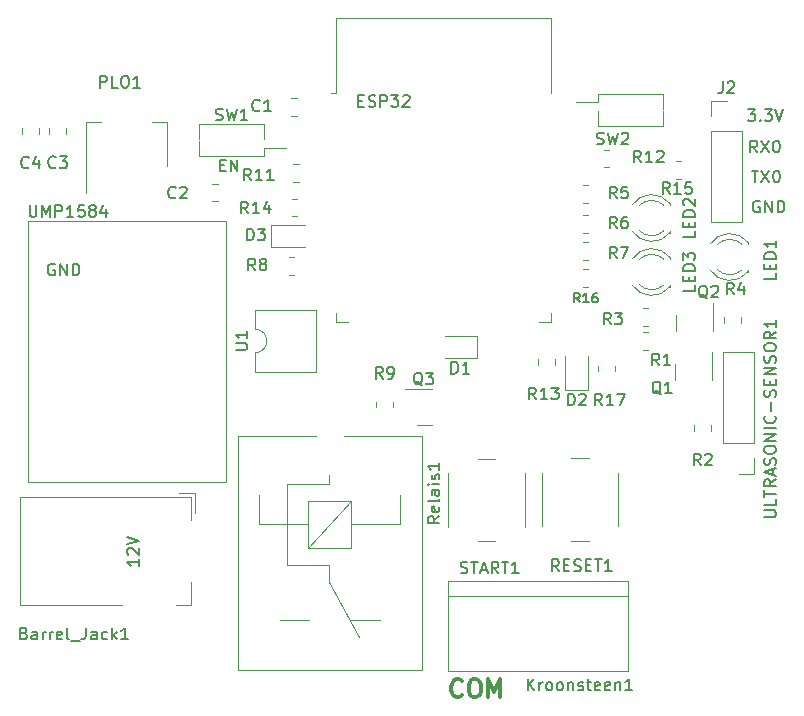
<source format=gbr>
%TF.GenerationSoftware,KiCad,Pcbnew,(7.0.0)*%
%TF.CreationDate,2023-04-20T20:46:09+02:00*%
%TF.ProjectId,pcb_morse,7063625f-6d6f-4727-9365-2e6b69636164,rev?*%
%TF.SameCoordinates,Original*%
%TF.FileFunction,Legend,Top*%
%TF.FilePolarity,Positive*%
%FSLAX46Y46*%
G04 Gerber Fmt 4.6, Leading zero omitted, Abs format (unit mm)*
G04 Created by KiCad (PCBNEW (7.0.0)) date 2023-04-20 20:46:09*
%MOMM*%
%LPD*%
G01*
G04 APERTURE LIST*
%ADD10C,0.300000*%
%ADD11C,0.150000*%
%ADD12C,0.120000*%
G04 APERTURE END LIST*
D10*
X66492285Y-90208714D02*
X66420857Y-90280142D01*
X66420857Y-90280142D02*
X66206571Y-90351571D01*
X66206571Y-90351571D02*
X66063714Y-90351571D01*
X66063714Y-90351571D02*
X65849428Y-90280142D01*
X65849428Y-90280142D02*
X65706571Y-90137285D01*
X65706571Y-90137285D02*
X65635142Y-89994428D01*
X65635142Y-89994428D02*
X65563714Y-89708714D01*
X65563714Y-89708714D02*
X65563714Y-89494428D01*
X65563714Y-89494428D02*
X65635142Y-89208714D01*
X65635142Y-89208714D02*
X65706571Y-89065857D01*
X65706571Y-89065857D02*
X65849428Y-88923000D01*
X65849428Y-88923000D02*
X66063714Y-88851571D01*
X66063714Y-88851571D02*
X66206571Y-88851571D01*
X66206571Y-88851571D02*
X66420857Y-88923000D01*
X66420857Y-88923000D02*
X66492285Y-88994428D01*
X67420857Y-88851571D02*
X67706571Y-88851571D01*
X67706571Y-88851571D02*
X67849428Y-88923000D01*
X67849428Y-88923000D02*
X67992285Y-89065857D01*
X67992285Y-89065857D02*
X68063714Y-89351571D01*
X68063714Y-89351571D02*
X68063714Y-89851571D01*
X68063714Y-89851571D02*
X67992285Y-90137285D01*
X67992285Y-90137285D02*
X67849428Y-90280142D01*
X67849428Y-90280142D02*
X67706571Y-90351571D01*
X67706571Y-90351571D02*
X67420857Y-90351571D01*
X67420857Y-90351571D02*
X67278000Y-90280142D01*
X67278000Y-90280142D02*
X67135142Y-90137285D01*
X67135142Y-90137285D02*
X67063714Y-89851571D01*
X67063714Y-89851571D02*
X67063714Y-89351571D01*
X67063714Y-89351571D02*
X67135142Y-89065857D01*
X67135142Y-89065857D02*
X67278000Y-88923000D01*
X67278000Y-88923000D02*
X67420857Y-88851571D01*
X68706571Y-90351571D02*
X68706571Y-88851571D01*
X68706571Y-88851571D02*
X69206571Y-89923000D01*
X69206571Y-89923000D02*
X69706571Y-88851571D01*
X69706571Y-88851571D02*
X69706571Y-90351571D01*
D11*
X39157380Y-78663095D02*
X39157380Y-79234523D01*
X39157380Y-78948809D02*
X38157380Y-78948809D01*
X38157380Y-78948809D02*
X38300238Y-79044047D01*
X38300238Y-79044047D02*
X38395476Y-79139285D01*
X38395476Y-79139285D02*
X38443095Y-79234523D01*
X38252619Y-78282142D02*
X38205000Y-78234523D01*
X38205000Y-78234523D02*
X38157380Y-78139285D01*
X38157380Y-78139285D02*
X38157380Y-77901190D01*
X38157380Y-77901190D02*
X38205000Y-77805952D01*
X38205000Y-77805952D02*
X38252619Y-77758333D01*
X38252619Y-77758333D02*
X38347857Y-77710714D01*
X38347857Y-77710714D02*
X38443095Y-77710714D01*
X38443095Y-77710714D02*
X38585952Y-77758333D01*
X38585952Y-77758333D02*
X39157380Y-78329761D01*
X39157380Y-78329761D02*
X39157380Y-77710714D01*
X38157380Y-77424999D02*
X39157380Y-77091666D01*
X39157380Y-77091666D02*
X38157380Y-76758333D01*
X91027238Y-45772380D02*
X91598666Y-45772380D01*
X91312952Y-46772380D02*
X91312952Y-45772380D01*
X91836762Y-45772380D02*
X92503428Y-46772380D01*
X92503428Y-45772380D02*
X91836762Y-46772380D01*
X93074857Y-45772380D02*
X93170095Y-45772380D01*
X93170095Y-45772380D02*
X93265333Y-45820000D01*
X93265333Y-45820000D02*
X93312952Y-45867619D01*
X93312952Y-45867619D02*
X93360571Y-45962857D01*
X93360571Y-45962857D02*
X93408190Y-46153333D01*
X93408190Y-46153333D02*
X93408190Y-46391428D01*
X93408190Y-46391428D02*
X93360571Y-46581904D01*
X93360571Y-46581904D02*
X93312952Y-46677142D01*
X93312952Y-46677142D02*
X93265333Y-46724761D01*
X93265333Y-46724761D02*
X93170095Y-46772380D01*
X93170095Y-46772380D02*
X93074857Y-46772380D01*
X93074857Y-46772380D02*
X92979619Y-46724761D01*
X92979619Y-46724761D02*
X92932000Y-46677142D01*
X92932000Y-46677142D02*
X92884381Y-46581904D01*
X92884381Y-46581904D02*
X92836762Y-46391428D01*
X92836762Y-46391428D02*
X92836762Y-46153333D01*
X92836762Y-46153333D02*
X92884381Y-45962857D01*
X92884381Y-45962857D02*
X92932000Y-45867619D01*
X92932000Y-45867619D02*
X92979619Y-45820000D01*
X92979619Y-45820000D02*
X93074857Y-45772380D01*
X91693904Y-48360000D02*
X91598666Y-48312380D01*
X91598666Y-48312380D02*
X91455809Y-48312380D01*
X91455809Y-48312380D02*
X91312952Y-48360000D01*
X91312952Y-48360000D02*
X91217714Y-48455238D01*
X91217714Y-48455238D02*
X91170095Y-48550476D01*
X91170095Y-48550476D02*
X91122476Y-48740952D01*
X91122476Y-48740952D02*
X91122476Y-48883809D01*
X91122476Y-48883809D02*
X91170095Y-49074285D01*
X91170095Y-49074285D02*
X91217714Y-49169523D01*
X91217714Y-49169523D02*
X91312952Y-49264761D01*
X91312952Y-49264761D02*
X91455809Y-49312380D01*
X91455809Y-49312380D02*
X91551047Y-49312380D01*
X91551047Y-49312380D02*
X91693904Y-49264761D01*
X91693904Y-49264761D02*
X91741523Y-49217142D01*
X91741523Y-49217142D02*
X91741523Y-48883809D01*
X91741523Y-48883809D02*
X91551047Y-48883809D01*
X92170095Y-49312380D02*
X92170095Y-48312380D01*
X92170095Y-48312380D02*
X92741523Y-49312380D01*
X92741523Y-49312380D02*
X92741523Y-48312380D01*
X93217714Y-49312380D02*
X93217714Y-48312380D01*
X93217714Y-48312380D02*
X93455809Y-48312380D01*
X93455809Y-48312380D02*
X93598666Y-48360000D01*
X93598666Y-48360000D02*
X93693904Y-48455238D01*
X93693904Y-48455238D02*
X93741523Y-48550476D01*
X93741523Y-48550476D02*
X93789142Y-48740952D01*
X93789142Y-48740952D02*
X93789142Y-48883809D01*
X93789142Y-48883809D02*
X93741523Y-49074285D01*
X93741523Y-49074285D02*
X93693904Y-49169523D01*
X93693904Y-49169523D02*
X93598666Y-49264761D01*
X93598666Y-49264761D02*
X93455809Y-49312380D01*
X93455809Y-49312380D02*
X93217714Y-49312380D01*
X91487523Y-44232380D02*
X91154190Y-43756190D01*
X90916095Y-44232380D02*
X90916095Y-43232380D01*
X90916095Y-43232380D02*
X91297047Y-43232380D01*
X91297047Y-43232380D02*
X91392285Y-43280000D01*
X91392285Y-43280000D02*
X91439904Y-43327619D01*
X91439904Y-43327619D02*
X91487523Y-43422857D01*
X91487523Y-43422857D02*
X91487523Y-43565714D01*
X91487523Y-43565714D02*
X91439904Y-43660952D01*
X91439904Y-43660952D02*
X91392285Y-43708571D01*
X91392285Y-43708571D02*
X91297047Y-43756190D01*
X91297047Y-43756190D02*
X90916095Y-43756190D01*
X91820857Y-43232380D02*
X92487523Y-44232380D01*
X92487523Y-43232380D02*
X91820857Y-44232380D01*
X93058952Y-43232380D02*
X93154190Y-43232380D01*
X93154190Y-43232380D02*
X93249428Y-43280000D01*
X93249428Y-43280000D02*
X93297047Y-43327619D01*
X93297047Y-43327619D02*
X93344666Y-43422857D01*
X93344666Y-43422857D02*
X93392285Y-43613333D01*
X93392285Y-43613333D02*
X93392285Y-43851428D01*
X93392285Y-43851428D02*
X93344666Y-44041904D01*
X93344666Y-44041904D02*
X93297047Y-44137142D01*
X93297047Y-44137142D02*
X93249428Y-44184761D01*
X93249428Y-44184761D02*
X93154190Y-44232380D01*
X93154190Y-44232380D02*
X93058952Y-44232380D01*
X93058952Y-44232380D02*
X92963714Y-44184761D01*
X92963714Y-44184761D02*
X92916095Y-44137142D01*
X92916095Y-44137142D02*
X92868476Y-44041904D01*
X92868476Y-44041904D02*
X92820857Y-43851428D01*
X92820857Y-43851428D02*
X92820857Y-43613333D01*
X92820857Y-43613333D02*
X92868476Y-43422857D01*
X92868476Y-43422857D02*
X92916095Y-43327619D01*
X92916095Y-43327619D02*
X92963714Y-43280000D01*
X92963714Y-43280000D02*
X93058952Y-43232380D01*
X90693857Y-40565380D02*
X91312904Y-40565380D01*
X91312904Y-40565380D02*
X90979571Y-40946333D01*
X90979571Y-40946333D02*
X91122428Y-40946333D01*
X91122428Y-40946333D02*
X91217666Y-40993952D01*
X91217666Y-40993952D02*
X91265285Y-41041571D01*
X91265285Y-41041571D02*
X91312904Y-41136809D01*
X91312904Y-41136809D02*
X91312904Y-41374904D01*
X91312904Y-41374904D02*
X91265285Y-41470142D01*
X91265285Y-41470142D02*
X91217666Y-41517761D01*
X91217666Y-41517761D02*
X91122428Y-41565380D01*
X91122428Y-41565380D02*
X90836714Y-41565380D01*
X90836714Y-41565380D02*
X90741476Y-41517761D01*
X90741476Y-41517761D02*
X90693857Y-41470142D01*
X91741476Y-41470142D02*
X91789095Y-41517761D01*
X91789095Y-41517761D02*
X91741476Y-41565380D01*
X91741476Y-41565380D02*
X91693857Y-41517761D01*
X91693857Y-41517761D02*
X91741476Y-41470142D01*
X91741476Y-41470142D02*
X91741476Y-41565380D01*
X92122428Y-40565380D02*
X92741475Y-40565380D01*
X92741475Y-40565380D02*
X92408142Y-40946333D01*
X92408142Y-40946333D02*
X92550999Y-40946333D01*
X92550999Y-40946333D02*
X92646237Y-40993952D01*
X92646237Y-40993952D02*
X92693856Y-41041571D01*
X92693856Y-41041571D02*
X92741475Y-41136809D01*
X92741475Y-41136809D02*
X92741475Y-41374904D01*
X92741475Y-41374904D02*
X92693856Y-41470142D01*
X92693856Y-41470142D02*
X92646237Y-41517761D01*
X92646237Y-41517761D02*
X92550999Y-41565380D01*
X92550999Y-41565380D02*
X92265285Y-41565380D01*
X92265285Y-41565380D02*
X92170047Y-41517761D01*
X92170047Y-41517761D02*
X92122428Y-41470142D01*
X93027190Y-40565380D02*
X93360523Y-41565380D01*
X93360523Y-41565380D02*
X93693856Y-40565380D01*
X32003904Y-53694000D02*
X31908666Y-53646380D01*
X31908666Y-53646380D02*
X31765809Y-53646380D01*
X31765809Y-53646380D02*
X31622952Y-53694000D01*
X31622952Y-53694000D02*
X31527714Y-53789238D01*
X31527714Y-53789238D02*
X31480095Y-53884476D01*
X31480095Y-53884476D02*
X31432476Y-54074952D01*
X31432476Y-54074952D02*
X31432476Y-54217809D01*
X31432476Y-54217809D02*
X31480095Y-54408285D01*
X31480095Y-54408285D02*
X31527714Y-54503523D01*
X31527714Y-54503523D02*
X31622952Y-54598761D01*
X31622952Y-54598761D02*
X31765809Y-54646380D01*
X31765809Y-54646380D02*
X31861047Y-54646380D01*
X31861047Y-54646380D02*
X32003904Y-54598761D01*
X32003904Y-54598761D02*
X32051523Y-54551142D01*
X32051523Y-54551142D02*
X32051523Y-54217809D01*
X32051523Y-54217809D02*
X31861047Y-54217809D01*
X32480095Y-54646380D02*
X32480095Y-53646380D01*
X32480095Y-53646380D02*
X33051523Y-54646380D01*
X33051523Y-54646380D02*
X33051523Y-53646380D01*
X33527714Y-54646380D02*
X33527714Y-53646380D01*
X33527714Y-53646380D02*
X33765809Y-53646380D01*
X33765809Y-53646380D02*
X33908666Y-53694000D01*
X33908666Y-53694000D02*
X34003904Y-53789238D01*
X34003904Y-53789238D02*
X34051523Y-53884476D01*
X34051523Y-53884476D02*
X34099142Y-54074952D01*
X34099142Y-54074952D02*
X34099142Y-54217809D01*
X34099142Y-54217809D02*
X34051523Y-54408285D01*
X34051523Y-54408285D02*
X34003904Y-54503523D01*
X34003904Y-54503523D02*
X33908666Y-54598761D01*
X33908666Y-54598761D02*
X33765809Y-54646380D01*
X33765809Y-54646380D02*
X33527714Y-54646380D01*
%TO.C,U1*%
X47324380Y-60949904D02*
X48133904Y-60949904D01*
X48133904Y-60949904D02*
X48229142Y-60902285D01*
X48229142Y-60902285D02*
X48276761Y-60854666D01*
X48276761Y-60854666D02*
X48324380Y-60759428D01*
X48324380Y-60759428D02*
X48324380Y-60568952D01*
X48324380Y-60568952D02*
X48276761Y-60473714D01*
X48276761Y-60473714D02*
X48229142Y-60426095D01*
X48229142Y-60426095D02*
X48133904Y-60378476D01*
X48133904Y-60378476D02*
X47324380Y-60378476D01*
X48324380Y-59378476D02*
X48324380Y-59949904D01*
X48324380Y-59664190D02*
X47324380Y-59664190D01*
X47324380Y-59664190D02*
X47467238Y-59759428D01*
X47467238Y-59759428D02*
X47562476Y-59854666D01*
X47562476Y-59854666D02*
X47610095Y-59949904D01*
%TO.C,ESP32*%
X57732143Y-39843571D02*
X58065476Y-39843571D01*
X58208333Y-40367380D02*
X57732143Y-40367380D01*
X57732143Y-40367380D02*
X57732143Y-39367380D01*
X57732143Y-39367380D02*
X58208333Y-39367380D01*
X58589286Y-40319761D02*
X58732143Y-40367380D01*
X58732143Y-40367380D02*
X58970238Y-40367380D01*
X58970238Y-40367380D02*
X59065476Y-40319761D01*
X59065476Y-40319761D02*
X59113095Y-40272142D01*
X59113095Y-40272142D02*
X59160714Y-40176904D01*
X59160714Y-40176904D02*
X59160714Y-40081666D01*
X59160714Y-40081666D02*
X59113095Y-39986428D01*
X59113095Y-39986428D02*
X59065476Y-39938809D01*
X59065476Y-39938809D02*
X58970238Y-39891190D01*
X58970238Y-39891190D02*
X58779762Y-39843571D01*
X58779762Y-39843571D02*
X58684524Y-39795952D01*
X58684524Y-39795952D02*
X58636905Y-39748333D01*
X58636905Y-39748333D02*
X58589286Y-39653095D01*
X58589286Y-39653095D02*
X58589286Y-39557857D01*
X58589286Y-39557857D02*
X58636905Y-39462619D01*
X58636905Y-39462619D02*
X58684524Y-39415000D01*
X58684524Y-39415000D02*
X58779762Y-39367380D01*
X58779762Y-39367380D02*
X59017857Y-39367380D01*
X59017857Y-39367380D02*
X59160714Y-39415000D01*
X59589286Y-40367380D02*
X59589286Y-39367380D01*
X59589286Y-39367380D02*
X59970238Y-39367380D01*
X59970238Y-39367380D02*
X60065476Y-39415000D01*
X60065476Y-39415000D02*
X60113095Y-39462619D01*
X60113095Y-39462619D02*
X60160714Y-39557857D01*
X60160714Y-39557857D02*
X60160714Y-39700714D01*
X60160714Y-39700714D02*
X60113095Y-39795952D01*
X60113095Y-39795952D02*
X60065476Y-39843571D01*
X60065476Y-39843571D02*
X59970238Y-39891190D01*
X59970238Y-39891190D02*
X59589286Y-39891190D01*
X60494048Y-39367380D02*
X61113095Y-39367380D01*
X61113095Y-39367380D02*
X60779762Y-39748333D01*
X60779762Y-39748333D02*
X60922619Y-39748333D01*
X60922619Y-39748333D02*
X61017857Y-39795952D01*
X61017857Y-39795952D02*
X61065476Y-39843571D01*
X61065476Y-39843571D02*
X61113095Y-39938809D01*
X61113095Y-39938809D02*
X61113095Y-40176904D01*
X61113095Y-40176904D02*
X61065476Y-40272142D01*
X61065476Y-40272142D02*
X61017857Y-40319761D01*
X61017857Y-40319761D02*
X60922619Y-40367380D01*
X60922619Y-40367380D02*
X60636905Y-40367380D01*
X60636905Y-40367380D02*
X60541667Y-40319761D01*
X60541667Y-40319761D02*
X60494048Y-40272142D01*
X61494048Y-39462619D02*
X61541667Y-39415000D01*
X61541667Y-39415000D02*
X61636905Y-39367380D01*
X61636905Y-39367380D02*
X61875000Y-39367380D01*
X61875000Y-39367380D02*
X61970238Y-39415000D01*
X61970238Y-39415000D02*
X62017857Y-39462619D01*
X62017857Y-39462619D02*
X62065476Y-39557857D01*
X62065476Y-39557857D02*
X62065476Y-39653095D01*
X62065476Y-39653095D02*
X62017857Y-39795952D01*
X62017857Y-39795952D02*
X61446429Y-40367380D01*
X61446429Y-40367380D02*
X62065476Y-40367380D01*
%TO.C,C2*%
X42251333Y-48024142D02*
X42203714Y-48071761D01*
X42203714Y-48071761D02*
X42060857Y-48119380D01*
X42060857Y-48119380D02*
X41965619Y-48119380D01*
X41965619Y-48119380D02*
X41822762Y-48071761D01*
X41822762Y-48071761D02*
X41727524Y-47976523D01*
X41727524Y-47976523D02*
X41679905Y-47881285D01*
X41679905Y-47881285D02*
X41632286Y-47690809D01*
X41632286Y-47690809D02*
X41632286Y-47547952D01*
X41632286Y-47547952D02*
X41679905Y-47357476D01*
X41679905Y-47357476D02*
X41727524Y-47262238D01*
X41727524Y-47262238D02*
X41822762Y-47167000D01*
X41822762Y-47167000D02*
X41965619Y-47119380D01*
X41965619Y-47119380D02*
X42060857Y-47119380D01*
X42060857Y-47119380D02*
X42203714Y-47167000D01*
X42203714Y-47167000D02*
X42251333Y-47214619D01*
X42632286Y-47214619D02*
X42679905Y-47167000D01*
X42679905Y-47167000D02*
X42775143Y-47119380D01*
X42775143Y-47119380D02*
X43013238Y-47119380D01*
X43013238Y-47119380D02*
X43108476Y-47167000D01*
X43108476Y-47167000D02*
X43156095Y-47214619D01*
X43156095Y-47214619D02*
X43203714Y-47309857D01*
X43203714Y-47309857D02*
X43203714Y-47405095D01*
X43203714Y-47405095D02*
X43156095Y-47547952D01*
X43156095Y-47547952D02*
X42584667Y-48119380D01*
X42584667Y-48119380D02*
X43203714Y-48119380D01*
%TO.C,UMP1584*%
X29888095Y-48692380D02*
X29888095Y-49501904D01*
X29888095Y-49501904D02*
X29935714Y-49597142D01*
X29935714Y-49597142D02*
X29983333Y-49644761D01*
X29983333Y-49644761D02*
X30078571Y-49692380D01*
X30078571Y-49692380D02*
X30269047Y-49692380D01*
X30269047Y-49692380D02*
X30364285Y-49644761D01*
X30364285Y-49644761D02*
X30411904Y-49597142D01*
X30411904Y-49597142D02*
X30459523Y-49501904D01*
X30459523Y-49501904D02*
X30459523Y-48692380D01*
X30935714Y-49692380D02*
X30935714Y-48692380D01*
X30935714Y-48692380D02*
X31269047Y-49406666D01*
X31269047Y-49406666D02*
X31602380Y-48692380D01*
X31602380Y-48692380D02*
X31602380Y-49692380D01*
X32078571Y-49692380D02*
X32078571Y-48692380D01*
X32078571Y-48692380D02*
X32459523Y-48692380D01*
X32459523Y-48692380D02*
X32554761Y-48740000D01*
X32554761Y-48740000D02*
X32602380Y-48787619D01*
X32602380Y-48787619D02*
X32649999Y-48882857D01*
X32649999Y-48882857D02*
X32649999Y-49025714D01*
X32649999Y-49025714D02*
X32602380Y-49120952D01*
X32602380Y-49120952D02*
X32554761Y-49168571D01*
X32554761Y-49168571D02*
X32459523Y-49216190D01*
X32459523Y-49216190D02*
X32078571Y-49216190D01*
X33602380Y-49692380D02*
X33030952Y-49692380D01*
X33316666Y-49692380D02*
X33316666Y-48692380D01*
X33316666Y-48692380D02*
X33221428Y-48835238D01*
X33221428Y-48835238D02*
X33126190Y-48930476D01*
X33126190Y-48930476D02*
X33030952Y-48978095D01*
X34507142Y-48692380D02*
X34030952Y-48692380D01*
X34030952Y-48692380D02*
X33983333Y-49168571D01*
X33983333Y-49168571D02*
X34030952Y-49120952D01*
X34030952Y-49120952D02*
X34126190Y-49073333D01*
X34126190Y-49073333D02*
X34364285Y-49073333D01*
X34364285Y-49073333D02*
X34459523Y-49120952D01*
X34459523Y-49120952D02*
X34507142Y-49168571D01*
X34507142Y-49168571D02*
X34554761Y-49263809D01*
X34554761Y-49263809D02*
X34554761Y-49501904D01*
X34554761Y-49501904D02*
X34507142Y-49597142D01*
X34507142Y-49597142D02*
X34459523Y-49644761D01*
X34459523Y-49644761D02*
X34364285Y-49692380D01*
X34364285Y-49692380D02*
X34126190Y-49692380D01*
X34126190Y-49692380D02*
X34030952Y-49644761D01*
X34030952Y-49644761D02*
X33983333Y-49597142D01*
X35126190Y-49120952D02*
X35030952Y-49073333D01*
X35030952Y-49073333D02*
X34983333Y-49025714D01*
X34983333Y-49025714D02*
X34935714Y-48930476D01*
X34935714Y-48930476D02*
X34935714Y-48882857D01*
X34935714Y-48882857D02*
X34983333Y-48787619D01*
X34983333Y-48787619D02*
X35030952Y-48740000D01*
X35030952Y-48740000D02*
X35126190Y-48692380D01*
X35126190Y-48692380D02*
X35316666Y-48692380D01*
X35316666Y-48692380D02*
X35411904Y-48740000D01*
X35411904Y-48740000D02*
X35459523Y-48787619D01*
X35459523Y-48787619D02*
X35507142Y-48882857D01*
X35507142Y-48882857D02*
X35507142Y-48930476D01*
X35507142Y-48930476D02*
X35459523Y-49025714D01*
X35459523Y-49025714D02*
X35411904Y-49073333D01*
X35411904Y-49073333D02*
X35316666Y-49120952D01*
X35316666Y-49120952D02*
X35126190Y-49120952D01*
X35126190Y-49120952D02*
X35030952Y-49168571D01*
X35030952Y-49168571D02*
X34983333Y-49216190D01*
X34983333Y-49216190D02*
X34935714Y-49311428D01*
X34935714Y-49311428D02*
X34935714Y-49501904D01*
X34935714Y-49501904D02*
X34983333Y-49597142D01*
X34983333Y-49597142D02*
X35030952Y-49644761D01*
X35030952Y-49644761D02*
X35126190Y-49692380D01*
X35126190Y-49692380D02*
X35316666Y-49692380D01*
X35316666Y-49692380D02*
X35411904Y-49644761D01*
X35411904Y-49644761D02*
X35459523Y-49597142D01*
X35459523Y-49597142D02*
X35507142Y-49501904D01*
X35507142Y-49501904D02*
X35507142Y-49311428D01*
X35507142Y-49311428D02*
X35459523Y-49216190D01*
X35459523Y-49216190D02*
X35411904Y-49168571D01*
X35411904Y-49168571D02*
X35316666Y-49120952D01*
X36364285Y-49025714D02*
X36364285Y-49692380D01*
X36126190Y-48644761D02*
X35888095Y-49359047D01*
X35888095Y-49359047D02*
X36507142Y-49359047D01*
%TO.C,PLO1*%
X35858333Y-38742380D02*
X35858333Y-37742380D01*
X35858333Y-37742380D02*
X36239285Y-37742380D01*
X36239285Y-37742380D02*
X36334523Y-37790000D01*
X36334523Y-37790000D02*
X36382142Y-37837619D01*
X36382142Y-37837619D02*
X36429761Y-37932857D01*
X36429761Y-37932857D02*
X36429761Y-38075714D01*
X36429761Y-38075714D02*
X36382142Y-38170952D01*
X36382142Y-38170952D02*
X36334523Y-38218571D01*
X36334523Y-38218571D02*
X36239285Y-38266190D01*
X36239285Y-38266190D02*
X35858333Y-38266190D01*
X37334523Y-38742380D02*
X36858333Y-38742380D01*
X36858333Y-38742380D02*
X36858333Y-37742380D01*
X37858333Y-37742380D02*
X38048809Y-37742380D01*
X38048809Y-37742380D02*
X38144047Y-37790000D01*
X38144047Y-37790000D02*
X38239285Y-37885238D01*
X38239285Y-37885238D02*
X38286904Y-38075714D01*
X38286904Y-38075714D02*
X38286904Y-38409047D01*
X38286904Y-38409047D02*
X38239285Y-38599523D01*
X38239285Y-38599523D02*
X38144047Y-38694761D01*
X38144047Y-38694761D02*
X38048809Y-38742380D01*
X38048809Y-38742380D02*
X37858333Y-38742380D01*
X37858333Y-38742380D02*
X37763095Y-38694761D01*
X37763095Y-38694761D02*
X37667857Y-38599523D01*
X37667857Y-38599523D02*
X37620238Y-38409047D01*
X37620238Y-38409047D02*
X37620238Y-38075714D01*
X37620238Y-38075714D02*
X37667857Y-37885238D01*
X37667857Y-37885238D02*
X37763095Y-37790000D01*
X37763095Y-37790000D02*
X37858333Y-37742380D01*
X39239285Y-38742380D02*
X38667857Y-38742380D01*
X38953571Y-38742380D02*
X38953571Y-37742380D01*
X38953571Y-37742380D02*
X38858333Y-37885238D01*
X38858333Y-37885238D02*
X38763095Y-37980476D01*
X38763095Y-37980476D02*
X38667857Y-38028095D01*
%TO.C,LED1*%
X93082380Y-54459047D02*
X93082380Y-54935237D01*
X93082380Y-54935237D02*
X92082380Y-54935237D01*
X92558571Y-54125713D02*
X92558571Y-53792380D01*
X93082380Y-53649523D02*
X93082380Y-54125713D01*
X93082380Y-54125713D02*
X92082380Y-54125713D01*
X92082380Y-54125713D02*
X92082380Y-53649523D01*
X93082380Y-53220951D02*
X92082380Y-53220951D01*
X92082380Y-53220951D02*
X92082380Y-52982856D01*
X92082380Y-52982856D02*
X92130000Y-52839999D01*
X92130000Y-52839999D02*
X92225238Y-52744761D01*
X92225238Y-52744761D02*
X92320476Y-52697142D01*
X92320476Y-52697142D02*
X92510952Y-52649523D01*
X92510952Y-52649523D02*
X92653809Y-52649523D01*
X92653809Y-52649523D02*
X92844285Y-52697142D01*
X92844285Y-52697142D02*
X92939523Y-52744761D01*
X92939523Y-52744761D02*
X93034761Y-52839999D01*
X93034761Y-52839999D02*
X93082380Y-52982856D01*
X93082380Y-52982856D02*
X93082380Y-53220951D01*
X93082380Y-51697142D02*
X93082380Y-52268570D01*
X93082380Y-51982856D02*
X92082380Y-51982856D01*
X92082380Y-51982856D02*
X92225238Y-52078094D01*
X92225238Y-52078094D02*
X92320476Y-52173332D01*
X92320476Y-52173332D02*
X92368095Y-52268570D01*
%TO.C,R1*%
X83183333Y-62267380D02*
X82850000Y-61791190D01*
X82611905Y-62267380D02*
X82611905Y-61267380D01*
X82611905Y-61267380D02*
X82992857Y-61267380D01*
X82992857Y-61267380D02*
X83088095Y-61315000D01*
X83088095Y-61315000D02*
X83135714Y-61362619D01*
X83135714Y-61362619D02*
X83183333Y-61457857D01*
X83183333Y-61457857D02*
X83183333Y-61600714D01*
X83183333Y-61600714D02*
X83135714Y-61695952D01*
X83135714Y-61695952D02*
X83088095Y-61743571D01*
X83088095Y-61743571D02*
X82992857Y-61791190D01*
X82992857Y-61791190D02*
X82611905Y-61791190D01*
X84135714Y-62267380D02*
X83564286Y-62267380D01*
X83850000Y-62267380D02*
X83850000Y-61267380D01*
X83850000Y-61267380D02*
X83754762Y-61410238D01*
X83754762Y-61410238D02*
X83659524Y-61505476D01*
X83659524Y-61505476D02*
X83564286Y-61553095D01*
%TO.C,Kroonsteen1*%
X72049237Y-89775380D02*
X72049237Y-88775380D01*
X72620665Y-89775380D02*
X72192094Y-89203952D01*
X72620665Y-88775380D02*
X72049237Y-89346809D01*
X73049237Y-89775380D02*
X73049237Y-89108714D01*
X73049237Y-89299190D02*
X73096856Y-89203952D01*
X73096856Y-89203952D02*
X73144475Y-89156333D01*
X73144475Y-89156333D02*
X73239713Y-89108714D01*
X73239713Y-89108714D02*
X73334951Y-89108714D01*
X73811142Y-89775380D02*
X73715904Y-89727761D01*
X73715904Y-89727761D02*
X73668285Y-89680142D01*
X73668285Y-89680142D02*
X73620666Y-89584904D01*
X73620666Y-89584904D02*
X73620666Y-89299190D01*
X73620666Y-89299190D02*
X73668285Y-89203952D01*
X73668285Y-89203952D02*
X73715904Y-89156333D01*
X73715904Y-89156333D02*
X73811142Y-89108714D01*
X73811142Y-89108714D02*
X73953999Y-89108714D01*
X73953999Y-89108714D02*
X74049237Y-89156333D01*
X74049237Y-89156333D02*
X74096856Y-89203952D01*
X74096856Y-89203952D02*
X74144475Y-89299190D01*
X74144475Y-89299190D02*
X74144475Y-89584904D01*
X74144475Y-89584904D02*
X74096856Y-89680142D01*
X74096856Y-89680142D02*
X74049237Y-89727761D01*
X74049237Y-89727761D02*
X73953999Y-89775380D01*
X73953999Y-89775380D02*
X73811142Y-89775380D01*
X74715904Y-89775380D02*
X74620666Y-89727761D01*
X74620666Y-89727761D02*
X74573047Y-89680142D01*
X74573047Y-89680142D02*
X74525428Y-89584904D01*
X74525428Y-89584904D02*
X74525428Y-89299190D01*
X74525428Y-89299190D02*
X74573047Y-89203952D01*
X74573047Y-89203952D02*
X74620666Y-89156333D01*
X74620666Y-89156333D02*
X74715904Y-89108714D01*
X74715904Y-89108714D02*
X74858761Y-89108714D01*
X74858761Y-89108714D02*
X74953999Y-89156333D01*
X74953999Y-89156333D02*
X75001618Y-89203952D01*
X75001618Y-89203952D02*
X75049237Y-89299190D01*
X75049237Y-89299190D02*
X75049237Y-89584904D01*
X75049237Y-89584904D02*
X75001618Y-89680142D01*
X75001618Y-89680142D02*
X74953999Y-89727761D01*
X74953999Y-89727761D02*
X74858761Y-89775380D01*
X74858761Y-89775380D02*
X74715904Y-89775380D01*
X75477809Y-89108714D02*
X75477809Y-89775380D01*
X75477809Y-89203952D02*
X75525428Y-89156333D01*
X75525428Y-89156333D02*
X75620666Y-89108714D01*
X75620666Y-89108714D02*
X75763523Y-89108714D01*
X75763523Y-89108714D02*
X75858761Y-89156333D01*
X75858761Y-89156333D02*
X75906380Y-89251571D01*
X75906380Y-89251571D02*
X75906380Y-89775380D01*
X76334952Y-89727761D02*
X76430190Y-89775380D01*
X76430190Y-89775380D02*
X76620666Y-89775380D01*
X76620666Y-89775380D02*
X76715904Y-89727761D01*
X76715904Y-89727761D02*
X76763523Y-89632523D01*
X76763523Y-89632523D02*
X76763523Y-89584904D01*
X76763523Y-89584904D02*
X76715904Y-89489666D01*
X76715904Y-89489666D02*
X76620666Y-89442047D01*
X76620666Y-89442047D02*
X76477809Y-89442047D01*
X76477809Y-89442047D02*
X76382571Y-89394428D01*
X76382571Y-89394428D02*
X76334952Y-89299190D01*
X76334952Y-89299190D02*
X76334952Y-89251571D01*
X76334952Y-89251571D02*
X76382571Y-89156333D01*
X76382571Y-89156333D02*
X76477809Y-89108714D01*
X76477809Y-89108714D02*
X76620666Y-89108714D01*
X76620666Y-89108714D02*
X76715904Y-89156333D01*
X77049238Y-89108714D02*
X77430190Y-89108714D01*
X77192095Y-88775380D02*
X77192095Y-89632523D01*
X77192095Y-89632523D02*
X77239714Y-89727761D01*
X77239714Y-89727761D02*
X77334952Y-89775380D01*
X77334952Y-89775380D02*
X77430190Y-89775380D01*
X78144476Y-89727761D02*
X78049238Y-89775380D01*
X78049238Y-89775380D02*
X77858762Y-89775380D01*
X77858762Y-89775380D02*
X77763524Y-89727761D01*
X77763524Y-89727761D02*
X77715905Y-89632523D01*
X77715905Y-89632523D02*
X77715905Y-89251571D01*
X77715905Y-89251571D02*
X77763524Y-89156333D01*
X77763524Y-89156333D02*
X77858762Y-89108714D01*
X77858762Y-89108714D02*
X78049238Y-89108714D01*
X78049238Y-89108714D02*
X78144476Y-89156333D01*
X78144476Y-89156333D02*
X78192095Y-89251571D01*
X78192095Y-89251571D02*
X78192095Y-89346809D01*
X78192095Y-89346809D02*
X77715905Y-89442047D01*
X79001619Y-89727761D02*
X78906381Y-89775380D01*
X78906381Y-89775380D02*
X78715905Y-89775380D01*
X78715905Y-89775380D02*
X78620667Y-89727761D01*
X78620667Y-89727761D02*
X78573048Y-89632523D01*
X78573048Y-89632523D02*
X78573048Y-89251571D01*
X78573048Y-89251571D02*
X78620667Y-89156333D01*
X78620667Y-89156333D02*
X78715905Y-89108714D01*
X78715905Y-89108714D02*
X78906381Y-89108714D01*
X78906381Y-89108714D02*
X79001619Y-89156333D01*
X79001619Y-89156333D02*
X79049238Y-89251571D01*
X79049238Y-89251571D02*
X79049238Y-89346809D01*
X79049238Y-89346809D02*
X78573048Y-89442047D01*
X79477810Y-89108714D02*
X79477810Y-89775380D01*
X79477810Y-89203952D02*
X79525429Y-89156333D01*
X79525429Y-89156333D02*
X79620667Y-89108714D01*
X79620667Y-89108714D02*
X79763524Y-89108714D01*
X79763524Y-89108714D02*
X79858762Y-89156333D01*
X79858762Y-89156333D02*
X79906381Y-89251571D01*
X79906381Y-89251571D02*
X79906381Y-89775380D01*
X80906381Y-89775380D02*
X80334953Y-89775380D01*
X80620667Y-89775380D02*
X80620667Y-88775380D01*
X80620667Y-88775380D02*
X80525429Y-88918238D01*
X80525429Y-88918238D02*
X80430191Y-89013476D01*
X80430191Y-89013476D02*
X80334953Y-89061095D01*
%TO.C,R15*%
X84066142Y-47738380D02*
X83732809Y-47262190D01*
X83494714Y-47738380D02*
X83494714Y-46738380D01*
X83494714Y-46738380D02*
X83875666Y-46738380D01*
X83875666Y-46738380D02*
X83970904Y-46786000D01*
X83970904Y-46786000D02*
X84018523Y-46833619D01*
X84018523Y-46833619D02*
X84066142Y-46928857D01*
X84066142Y-46928857D02*
X84066142Y-47071714D01*
X84066142Y-47071714D02*
X84018523Y-47166952D01*
X84018523Y-47166952D02*
X83970904Y-47214571D01*
X83970904Y-47214571D02*
X83875666Y-47262190D01*
X83875666Y-47262190D02*
X83494714Y-47262190D01*
X85018523Y-47738380D02*
X84447095Y-47738380D01*
X84732809Y-47738380D02*
X84732809Y-46738380D01*
X84732809Y-46738380D02*
X84637571Y-46881238D01*
X84637571Y-46881238D02*
X84542333Y-46976476D01*
X84542333Y-46976476D02*
X84447095Y-47024095D01*
X85923285Y-46738380D02*
X85447095Y-46738380D01*
X85447095Y-46738380D02*
X85399476Y-47214571D01*
X85399476Y-47214571D02*
X85447095Y-47166952D01*
X85447095Y-47166952D02*
X85542333Y-47119333D01*
X85542333Y-47119333D02*
X85780428Y-47119333D01*
X85780428Y-47119333D02*
X85875666Y-47166952D01*
X85875666Y-47166952D02*
X85923285Y-47214571D01*
X85923285Y-47214571D02*
X85970904Y-47309809D01*
X85970904Y-47309809D02*
X85970904Y-47547904D01*
X85970904Y-47547904D02*
X85923285Y-47643142D01*
X85923285Y-47643142D02*
X85875666Y-47690761D01*
X85875666Y-47690761D02*
X85780428Y-47738380D01*
X85780428Y-47738380D02*
X85542333Y-47738380D01*
X85542333Y-47738380D02*
X85447095Y-47690761D01*
X85447095Y-47690761D02*
X85399476Y-47643142D01*
%TO.C,J2*%
X88566666Y-38217380D02*
X88566666Y-38931666D01*
X88566666Y-38931666D02*
X88519047Y-39074523D01*
X88519047Y-39074523D02*
X88423809Y-39169761D01*
X88423809Y-39169761D02*
X88280952Y-39217380D01*
X88280952Y-39217380D02*
X88185714Y-39217380D01*
X88995238Y-38312619D02*
X89042857Y-38265000D01*
X89042857Y-38265000D02*
X89138095Y-38217380D01*
X89138095Y-38217380D02*
X89376190Y-38217380D01*
X89376190Y-38217380D02*
X89471428Y-38265000D01*
X89471428Y-38265000D02*
X89519047Y-38312619D01*
X89519047Y-38312619D02*
X89566666Y-38407857D01*
X89566666Y-38407857D02*
X89566666Y-38503095D01*
X89566666Y-38503095D02*
X89519047Y-38645952D01*
X89519047Y-38645952D02*
X88947619Y-39217380D01*
X88947619Y-39217380D02*
X89566666Y-39217380D01*
%TO.C,R9*%
X59777333Y-63375380D02*
X59444000Y-62899190D01*
X59205905Y-63375380D02*
X59205905Y-62375380D01*
X59205905Y-62375380D02*
X59586857Y-62375380D01*
X59586857Y-62375380D02*
X59682095Y-62423000D01*
X59682095Y-62423000D02*
X59729714Y-62470619D01*
X59729714Y-62470619D02*
X59777333Y-62565857D01*
X59777333Y-62565857D02*
X59777333Y-62708714D01*
X59777333Y-62708714D02*
X59729714Y-62803952D01*
X59729714Y-62803952D02*
X59682095Y-62851571D01*
X59682095Y-62851571D02*
X59586857Y-62899190D01*
X59586857Y-62899190D02*
X59205905Y-62899190D01*
X60253524Y-63375380D02*
X60444000Y-63375380D01*
X60444000Y-63375380D02*
X60539238Y-63327761D01*
X60539238Y-63327761D02*
X60586857Y-63280142D01*
X60586857Y-63280142D02*
X60682095Y-63137285D01*
X60682095Y-63137285D02*
X60729714Y-62946809D01*
X60729714Y-62946809D02*
X60729714Y-62565857D01*
X60729714Y-62565857D02*
X60682095Y-62470619D01*
X60682095Y-62470619D02*
X60634476Y-62423000D01*
X60634476Y-62423000D02*
X60539238Y-62375380D01*
X60539238Y-62375380D02*
X60348762Y-62375380D01*
X60348762Y-62375380D02*
X60253524Y-62423000D01*
X60253524Y-62423000D02*
X60205905Y-62470619D01*
X60205905Y-62470619D02*
X60158286Y-62565857D01*
X60158286Y-62565857D02*
X60158286Y-62803952D01*
X60158286Y-62803952D02*
X60205905Y-62899190D01*
X60205905Y-62899190D02*
X60253524Y-62946809D01*
X60253524Y-62946809D02*
X60348762Y-62994428D01*
X60348762Y-62994428D02*
X60539238Y-62994428D01*
X60539238Y-62994428D02*
X60634476Y-62946809D01*
X60634476Y-62946809D02*
X60682095Y-62899190D01*
X60682095Y-62899190D02*
X60729714Y-62803952D01*
%TO.C,SW1*%
X45656667Y-41467761D02*
X45799524Y-41515380D01*
X45799524Y-41515380D02*
X46037619Y-41515380D01*
X46037619Y-41515380D02*
X46132857Y-41467761D01*
X46132857Y-41467761D02*
X46180476Y-41420142D01*
X46180476Y-41420142D02*
X46228095Y-41324904D01*
X46228095Y-41324904D02*
X46228095Y-41229666D01*
X46228095Y-41229666D02*
X46180476Y-41134428D01*
X46180476Y-41134428D02*
X46132857Y-41086809D01*
X46132857Y-41086809D02*
X46037619Y-41039190D01*
X46037619Y-41039190D02*
X45847143Y-40991571D01*
X45847143Y-40991571D02*
X45751905Y-40943952D01*
X45751905Y-40943952D02*
X45704286Y-40896333D01*
X45704286Y-40896333D02*
X45656667Y-40801095D01*
X45656667Y-40801095D02*
X45656667Y-40705857D01*
X45656667Y-40705857D02*
X45704286Y-40610619D01*
X45704286Y-40610619D02*
X45751905Y-40563000D01*
X45751905Y-40563000D02*
X45847143Y-40515380D01*
X45847143Y-40515380D02*
X46085238Y-40515380D01*
X46085238Y-40515380D02*
X46228095Y-40563000D01*
X46561429Y-40515380D02*
X46799524Y-41515380D01*
X46799524Y-41515380D02*
X46990000Y-40801095D01*
X46990000Y-40801095D02*
X47180476Y-41515380D01*
X47180476Y-41515380D02*
X47418572Y-40515380D01*
X48323333Y-41515380D02*
X47751905Y-41515380D01*
X48037619Y-41515380D02*
X48037619Y-40515380D01*
X48037619Y-40515380D02*
X47942381Y-40658238D01*
X47942381Y-40658238D02*
X47847143Y-40753476D01*
X47847143Y-40753476D02*
X47751905Y-40801095D01*
X45997905Y-45309571D02*
X46331238Y-45309571D01*
X46474095Y-45833380D02*
X45997905Y-45833380D01*
X45997905Y-45833380D02*
X45997905Y-44833380D01*
X45997905Y-44833380D02*
X46474095Y-44833380D01*
X46902667Y-45833380D02*
X46902667Y-44833380D01*
X46902667Y-44833380D02*
X47474095Y-45833380D01*
X47474095Y-45833380D02*
X47474095Y-44833380D01*
%TO.C,R2*%
X86701333Y-70725380D02*
X86368000Y-70249190D01*
X86129905Y-70725380D02*
X86129905Y-69725380D01*
X86129905Y-69725380D02*
X86510857Y-69725380D01*
X86510857Y-69725380D02*
X86606095Y-69773000D01*
X86606095Y-69773000D02*
X86653714Y-69820619D01*
X86653714Y-69820619D02*
X86701333Y-69915857D01*
X86701333Y-69915857D02*
X86701333Y-70058714D01*
X86701333Y-70058714D02*
X86653714Y-70153952D01*
X86653714Y-70153952D02*
X86606095Y-70201571D01*
X86606095Y-70201571D02*
X86510857Y-70249190D01*
X86510857Y-70249190D02*
X86129905Y-70249190D01*
X87082286Y-69820619D02*
X87129905Y-69773000D01*
X87129905Y-69773000D02*
X87225143Y-69725380D01*
X87225143Y-69725380D02*
X87463238Y-69725380D01*
X87463238Y-69725380D02*
X87558476Y-69773000D01*
X87558476Y-69773000D02*
X87606095Y-69820619D01*
X87606095Y-69820619D02*
X87653714Y-69915857D01*
X87653714Y-69915857D02*
X87653714Y-70011095D01*
X87653714Y-70011095D02*
X87606095Y-70153952D01*
X87606095Y-70153952D02*
X87034667Y-70725380D01*
X87034667Y-70725380D02*
X87653714Y-70725380D01*
%TO.C,Relais1*%
X64583380Y-75042381D02*
X64107190Y-75375714D01*
X64583380Y-75613809D02*
X63583380Y-75613809D01*
X63583380Y-75613809D02*
X63583380Y-75232857D01*
X63583380Y-75232857D02*
X63631000Y-75137619D01*
X63631000Y-75137619D02*
X63678619Y-75090000D01*
X63678619Y-75090000D02*
X63773857Y-75042381D01*
X63773857Y-75042381D02*
X63916714Y-75042381D01*
X63916714Y-75042381D02*
X64011952Y-75090000D01*
X64011952Y-75090000D02*
X64059571Y-75137619D01*
X64059571Y-75137619D02*
X64107190Y-75232857D01*
X64107190Y-75232857D02*
X64107190Y-75613809D01*
X64535761Y-74232857D02*
X64583380Y-74328095D01*
X64583380Y-74328095D02*
X64583380Y-74518571D01*
X64583380Y-74518571D02*
X64535761Y-74613809D01*
X64535761Y-74613809D02*
X64440523Y-74661428D01*
X64440523Y-74661428D02*
X64059571Y-74661428D01*
X64059571Y-74661428D02*
X63964333Y-74613809D01*
X63964333Y-74613809D02*
X63916714Y-74518571D01*
X63916714Y-74518571D02*
X63916714Y-74328095D01*
X63916714Y-74328095D02*
X63964333Y-74232857D01*
X63964333Y-74232857D02*
X64059571Y-74185238D01*
X64059571Y-74185238D02*
X64154809Y-74185238D01*
X64154809Y-74185238D02*
X64250047Y-74661428D01*
X64583380Y-73613809D02*
X64535761Y-73709047D01*
X64535761Y-73709047D02*
X64440523Y-73756666D01*
X64440523Y-73756666D02*
X63583380Y-73756666D01*
X64583380Y-72804285D02*
X64059571Y-72804285D01*
X64059571Y-72804285D02*
X63964333Y-72851904D01*
X63964333Y-72851904D02*
X63916714Y-72947142D01*
X63916714Y-72947142D02*
X63916714Y-73137618D01*
X63916714Y-73137618D02*
X63964333Y-73232856D01*
X64535761Y-72804285D02*
X64583380Y-72899523D01*
X64583380Y-72899523D02*
X64583380Y-73137618D01*
X64583380Y-73137618D02*
X64535761Y-73232856D01*
X64535761Y-73232856D02*
X64440523Y-73280475D01*
X64440523Y-73280475D02*
X64345285Y-73280475D01*
X64345285Y-73280475D02*
X64250047Y-73232856D01*
X64250047Y-73232856D02*
X64202428Y-73137618D01*
X64202428Y-73137618D02*
X64202428Y-72899523D01*
X64202428Y-72899523D02*
X64154809Y-72804285D01*
X64583380Y-72328094D02*
X63916714Y-72328094D01*
X63583380Y-72328094D02*
X63631000Y-72375713D01*
X63631000Y-72375713D02*
X63678619Y-72328094D01*
X63678619Y-72328094D02*
X63631000Y-72280475D01*
X63631000Y-72280475D02*
X63583380Y-72328094D01*
X63583380Y-72328094D02*
X63678619Y-72328094D01*
X64535761Y-71899523D02*
X64583380Y-71804285D01*
X64583380Y-71804285D02*
X64583380Y-71613809D01*
X64583380Y-71613809D02*
X64535761Y-71518571D01*
X64535761Y-71518571D02*
X64440523Y-71470952D01*
X64440523Y-71470952D02*
X64392904Y-71470952D01*
X64392904Y-71470952D02*
X64297666Y-71518571D01*
X64297666Y-71518571D02*
X64250047Y-71613809D01*
X64250047Y-71613809D02*
X64250047Y-71756666D01*
X64250047Y-71756666D02*
X64202428Y-71851904D01*
X64202428Y-71851904D02*
X64107190Y-71899523D01*
X64107190Y-71899523D02*
X64059571Y-71899523D01*
X64059571Y-71899523D02*
X63964333Y-71851904D01*
X63964333Y-71851904D02*
X63916714Y-71756666D01*
X63916714Y-71756666D02*
X63916714Y-71613809D01*
X63916714Y-71613809D02*
X63964333Y-71518571D01*
X64583380Y-70518571D02*
X64583380Y-71089999D01*
X64583380Y-70804285D02*
X63583380Y-70804285D01*
X63583380Y-70804285D02*
X63726238Y-70899523D01*
X63726238Y-70899523D02*
X63821476Y-70994761D01*
X63821476Y-70994761D02*
X63869095Y-71089999D01*
%TO.C,R5*%
X79589333Y-48119380D02*
X79256000Y-47643190D01*
X79017905Y-48119380D02*
X79017905Y-47119380D01*
X79017905Y-47119380D02*
X79398857Y-47119380D01*
X79398857Y-47119380D02*
X79494095Y-47167000D01*
X79494095Y-47167000D02*
X79541714Y-47214619D01*
X79541714Y-47214619D02*
X79589333Y-47309857D01*
X79589333Y-47309857D02*
X79589333Y-47452714D01*
X79589333Y-47452714D02*
X79541714Y-47547952D01*
X79541714Y-47547952D02*
X79494095Y-47595571D01*
X79494095Y-47595571D02*
X79398857Y-47643190D01*
X79398857Y-47643190D02*
X79017905Y-47643190D01*
X80494095Y-47119380D02*
X80017905Y-47119380D01*
X80017905Y-47119380D02*
X79970286Y-47595571D01*
X79970286Y-47595571D02*
X80017905Y-47547952D01*
X80017905Y-47547952D02*
X80113143Y-47500333D01*
X80113143Y-47500333D02*
X80351238Y-47500333D01*
X80351238Y-47500333D02*
X80446476Y-47547952D01*
X80446476Y-47547952D02*
X80494095Y-47595571D01*
X80494095Y-47595571D02*
X80541714Y-47690809D01*
X80541714Y-47690809D02*
X80541714Y-47928904D01*
X80541714Y-47928904D02*
X80494095Y-48024142D01*
X80494095Y-48024142D02*
X80446476Y-48071761D01*
X80446476Y-48071761D02*
X80351238Y-48119380D01*
X80351238Y-48119380D02*
X80113143Y-48119380D01*
X80113143Y-48119380D02*
X80017905Y-48071761D01*
X80017905Y-48071761D02*
X79970286Y-48024142D01*
%TO.C,START1*%
X66381619Y-79821761D02*
X66524476Y-79869380D01*
X66524476Y-79869380D02*
X66762571Y-79869380D01*
X66762571Y-79869380D02*
X66857809Y-79821761D01*
X66857809Y-79821761D02*
X66905428Y-79774142D01*
X66905428Y-79774142D02*
X66953047Y-79678904D01*
X66953047Y-79678904D02*
X66953047Y-79583666D01*
X66953047Y-79583666D02*
X66905428Y-79488428D01*
X66905428Y-79488428D02*
X66857809Y-79440809D01*
X66857809Y-79440809D02*
X66762571Y-79393190D01*
X66762571Y-79393190D02*
X66572095Y-79345571D01*
X66572095Y-79345571D02*
X66476857Y-79297952D01*
X66476857Y-79297952D02*
X66429238Y-79250333D01*
X66429238Y-79250333D02*
X66381619Y-79155095D01*
X66381619Y-79155095D02*
X66381619Y-79059857D01*
X66381619Y-79059857D02*
X66429238Y-78964619D01*
X66429238Y-78964619D02*
X66476857Y-78917000D01*
X66476857Y-78917000D02*
X66572095Y-78869380D01*
X66572095Y-78869380D02*
X66810190Y-78869380D01*
X66810190Y-78869380D02*
X66953047Y-78917000D01*
X67238762Y-78869380D02*
X67810190Y-78869380D01*
X67524476Y-79869380D02*
X67524476Y-78869380D01*
X68095905Y-79583666D02*
X68572095Y-79583666D01*
X68000667Y-79869380D02*
X68334000Y-78869380D01*
X68334000Y-78869380D02*
X68667333Y-79869380D01*
X69572095Y-79869380D02*
X69238762Y-79393190D01*
X69000667Y-79869380D02*
X69000667Y-78869380D01*
X69000667Y-78869380D02*
X69381619Y-78869380D01*
X69381619Y-78869380D02*
X69476857Y-78917000D01*
X69476857Y-78917000D02*
X69524476Y-78964619D01*
X69524476Y-78964619D02*
X69572095Y-79059857D01*
X69572095Y-79059857D02*
X69572095Y-79202714D01*
X69572095Y-79202714D02*
X69524476Y-79297952D01*
X69524476Y-79297952D02*
X69476857Y-79345571D01*
X69476857Y-79345571D02*
X69381619Y-79393190D01*
X69381619Y-79393190D02*
X69000667Y-79393190D01*
X69857810Y-78869380D02*
X70429238Y-78869380D01*
X70143524Y-79869380D02*
X70143524Y-78869380D01*
X71286381Y-79869380D02*
X70714953Y-79869380D01*
X71000667Y-79869380D02*
X71000667Y-78869380D01*
X71000667Y-78869380D02*
X70905429Y-79012238D01*
X70905429Y-79012238D02*
X70810191Y-79107476D01*
X70810191Y-79107476D02*
X70714953Y-79155095D01*
%TO.C,R3*%
X79081333Y-58787380D02*
X78748000Y-58311190D01*
X78509905Y-58787380D02*
X78509905Y-57787380D01*
X78509905Y-57787380D02*
X78890857Y-57787380D01*
X78890857Y-57787380D02*
X78986095Y-57835000D01*
X78986095Y-57835000D02*
X79033714Y-57882619D01*
X79033714Y-57882619D02*
X79081333Y-57977857D01*
X79081333Y-57977857D02*
X79081333Y-58120714D01*
X79081333Y-58120714D02*
X79033714Y-58215952D01*
X79033714Y-58215952D02*
X78986095Y-58263571D01*
X78986095Y-58263571D02*
X78890857Y-58311190D01*
X78890857Y-58311190D02*
X78509905Y-58311190D01*
X79414667Y-57787380D02*
X80033714Y-57787380D01*
X80033714Y-57787380D02*
X79700381Y-58168333D01*
X79700381Y-58168333D02*
X79843238Y-58168333D01*
X79843238Y-58168333D02*
X79938476Y-58215952D01*
X79938476Y-58215952D02*
X79986095Y-58263571D01*
X79986095Y-58263571D02*
X80033714Y-58358809D01*
X80033714Y-58358809D02*
X80033714Y-58596904D01*
X80033714Y-58596904D02*
X79986095Y-58692142D01*
X79986095Y-58692142D02*
X79938476Y-58739761D01*
X79938476Y-58739761D02*
X79843238Y-58787380D01*
X79843238Y-58787380D02*
X79557524Y-58787380D01*
X79557524Y-58787380D02*
X79462286Y-58739761D01*
X79462286Y-58739761D02*
X79414667Y-58692142D01*
%TO.C,R6*%
X79589333Y-50659380D02*
X79256000Y-50183190D01*
X79017905Y-50659380D02*
X79017905Y-49659380D01*
X79017905Y-49659380D02*
X79398857Y-49659380D01*
X79398857Y-49659380D02*
X79494095Y-49707000D01*
X79494095Y-49707000D02*
X79541714Y-49754619D01*
X79541714Y-49754619D02*
X79589333Y-49849857D01*
X79589333Y-49849857D02*
X79589333Y-49992714D01*
X79589333Y-49992714D02*
X79541714Y-50087952D01*
X79541714Y-50087952D02*
X79494095Y-50135571D01*
X79494095Y-50135571D02*
X79398857Y-50183190D01*
X79398857Y-50183190D02*
X79017905Y-50183190D01*
X80446476Y-49659380D02*
X80256000Y-49659380D01*
X80256000Y-49659380D02*
X80160762Y-49707000D01*
X80160762Y-49707000D02*
X80113143Y-49754619D01*
X80113143Y-49754619D02*
X80017905Y-49897476D01*
X80017905Y-49897476D02*
X79970286Y-50087952D01*
X79970286Y-50087952D02*
X79970286Y-50468904D01*
X79970286Y-50468904D02*
X80017905Y-50564142D01*
X80017905Y-50564142D02*
X80065524Y-50611761D01*
X80065524Y-50611761D02*
X80160762Y-50659380D01*
X80160762Y-50659380D02*
X80351238Y-50659380D01*
X80351238Y-50659380D02*
X80446476Y-50611761D01*
X80446476Y-50611761D02*
X80494095Y-50564142D01*
X80494095Y-50564142D02*
X80541714Y-50468904D01*
X80541714Y-50468904D02*
X80541714Y-50230809D01*
X80541714Y-50230809D02*
X80494095Y-50135571D01*
X80494095Y-50135571D02*
X80446476Y-50087952D01*
X80446476Y-50087952D02*
X80351238Y-50040333D01*
X80351238Y-50040333D02*
X80160762Y-50040333D01*
X80160762Y-50040333D02*
X80065524Y-50087952D01*
X80065524Y-50087952D02*
X80017905Y-50135571D01*
X80017905Y-50135571D02*
X79970286Y-50230809D01*
%TO.C,ULTRASONIC-SENSOR1*%
X92077380Y-75111523D02*
X92886904Y-75111523D01*
X92886904Y-75111523D02*
X92982142Y-75063904D01*
X92982142Y-75063904D02*
X93029761Y-75016285D01*
X93029761Y-75016285D02*
X93077380Y-74921047D01*
X93077380Y-74921047D02*
X93077380Y-74730571D01*
X93077380Y-74730571D02*
X93029761Y-74635333D01*
X93029761Y-74635333D02*
X92982142Y-74587714D01*
X92982142Y-74587714D02*
X92886904Y-74540095D01*
X92886904Y-74540095D02*
X92077380Y-74540095D01*
X93077380Y-73587714D02*
X93077380Y-74063904D01*
X93077380Y-74063904D02*
X92077380Y-74063904D01*
X92077380Y-73397237D02*
X92077380Y-72825809D01*
X93077380Y-73111523D02*
X92077380Y-73111523D01*
X93077380Y-71921047D02*
X92601190Y-72254380D01*
X93077380Y-72492475D02*
X92077380Y-72492475D01*
X92077380Y-72492475D02*
X92077380Y-72111523D01*
X92077380Y-72111523D02*
X92125000Y-72016285D01*
X92125000Y-72016285D02*
X92172619Y-71968666D01*
X92172619Y-71968666D02*
X92267857Y-71921047D01*
X92267857Y-71921047D02*
X92410714Y-71921047D01*
X92410714Y-71921047D02*
X92505952Y-71968666D01*
X92505952Y-71968666D02*
X92553571Y-72016285D01*
X92553571Y-72016285D02*
X92601190Y-72111523D01*
X92601190Y-72111523D02*
X92601190Y-72492475D01*
X92791666Y-71540094D02*
X92791666Y-71063904D01*
X93077380Y-71635332D02*
X92077380Y-71301999D01*
X92077380Y-71301999D02*
X93077380Y-70968666D01*
X93029761Y-70682951D02*
X93077380Y-70540094D01*
X93077380Y-70540094D02*
X93077380Y-70301999D01*
X93077380Y-70301999D02*
X93029761Y-70206761D01*
X93029761Y-70206761D02*
X92982142Y-70159142D01*
X92982142Y-70159142D02*
X92886904Y-70111523D01*
X92886904Y-70111523D02*
X92791666Y-70111523D01*
X92791666Y-70111523D02*
X92696428Y-70159142D01*
X92696428Y-70159142D02*
X92648809Y-70206761D01*
X92648809Y-70206761D02*
X92601190Y-70301999D01*
X92601190Y-70301999D02*
X92553571Y-70492475D01*
X92553571Y-70492475D02*
X92505952Y-70587713D01*
X92505952Y-70587713D02*
X92458333Y-70635332D01*
X92458333Y-70635332D02*
X92363095Y-70682951D01*
X92363095Y-70682951D02*
X92267857Y-70682951D01*
X92267857Y-70682951D02*
X92172619Y-70635332D01*
X92172619Y-70635332D02*
X92125000Y-70587713D01*
X92125000Y-70587713D02*
X92077380Y-70492475D01*
X92077380Y-70492475D02*
X92077380Y-70254380D01*
X92077380Y-70254380D02*
X92125000Y-70111523D01*
X92077380Y-69492475D02*
X92077380Y-69301999D01*
X92077380Y-69301999D02*
X92125000Y-69206761D01*
X92125000Y-69206761D02*
X92220238Y-69111523D01*
X92220238Y-69111523D02*
X92410714Y-69063904D01*
X92410714Y-69063904D02*
X92744047Y-69063904D01*
X92744047Y-69063904D02*
X92934523Y-69111523D01*
X92934523Y-69111523D02*
X93029761Y-69206761D01*
X93029761Y-69206761D02*
X93077380Y-69301999D01*
X93077380Y-69301999D02*
X93077380Y-69492475D01*
X93077380Y-69492475D02*
X93029761Y-69587713D01*
X93029761Y-69587713D02*
X92934523Y-69682951D01*
X92934523Y-69682951D02*
X92744047Y-69730570D01*
X92744047Y-69730570D02*
X92410714Y-69730570D01*
X92410714Y-69730570D02*
X92220238Y-69682951D01*
X92220238Y-69682951D02*
X92125000Y-69587713D01*
X92125000Y-69587713D02*
X92077380Y-69492475D01*
X93077380Y-68635332D02*
X92077380Y-68635332D01*
X92077380Y-68635332D02*
X93077380Y-68063904D01*
X93077380Y-68063904D02*
X92077380Y-68063904D01*
X93077380Y-67587713D02*
X92077380Y-67587713D01*
X92982142Y-66540095D02*
X93029761Y-66587714D01*
X93029761Y-66587714D02*
X93077380Y-66730571D01*
X93077380Y-66730571D02*
X93077380Y-66825809D01*
X93077380Y-66825809D02*
X93029761Y-66968666D01*
X93029761Y-66968666D02*
X92934523Y-67063904D01*
X92934523Y-67063904D02*
X92839285Y-67111523D01*
X92839285Y-67111523D02*
X92648809Y-67159142D01*
X92648809Y-67159142D02*
X92505952Y-67159142D01*
X92505952Y-67159142D02*
X92315476Y-67111523D01*
X92315476Y-67111523D02*
X92220238Y-67063904D01*
X92220238Y-67063904D02*
X92125000Y-66968666D01*
X92125000Y-66968666D02*
X92077380Y-66825809D01*
X92077380Y-66825809D02*
X92077380Y-66730571D01*
X92077380Y-66730571D02*
X92125000Y-66587714D01*
X92125000Y-66587714D02*
X92172619Y-66540095D01*
X92696428Y-66111523D02*
X92696428Y-65349619D01*
X93029761Y-64921047D02*
X93077380Y-64778190D01*
X93077380Y-64778190D02*
X93077380Y-64540095D01*
X93077380Y-64540095D02*
X93029761Y-64444857D01*
X93029761Y-64444857D02*
X92982142Y-64397238D01*
X92982142Y-64397238D02*
X92886904Y-64349619D01*
X92886904Y-64349619D02*
X92791666Y-64349619D01*
X92791666Y-64349619D02*
X92696428Y-64397238D01*
X92696428Y-64397238D02*
X92648809Y-64444857D01*
X92648809Y-64444857D02*
X92601190Y-64540095D01*
X92601190Y-64540095D02*
X92553571Y-64730571D01*
X92553571Y-64730571D02*
X92505952Y-64825809D01*
X92505952Y-64825809D02*
X92458333Y-64873428D01*
X92458333Y-64873428D02*
X92363095Y-64921047D01*
X92363095Y-64921047D02*
X92267857Y-64921047D01*
X92267857Y-64921047D02*
X92172619Y-64873428D01*
X92172619Y-64873428D02*
X92125000Y-64825809D01*
X92125000Y-64825809D02*
X92077380Y-64730571D01*
X92077380Y-64730571D02*
X92077380Y-64492476D01*
X92077380Y-64492476D02*
X92125000Y-64349619D01*
X92553571Y-63921047D02*
X92553571Y-63587714D01*
X93077380Y-63444857D02*
X93077380Y-63921047D01*
X93077380Y-63921047D02*
X92077380Y-63921047D01*
X92077380Y-63921047D02*
X92077380Y-63444857D01*
X93077380Y-63016285D02*
X92077380Y-63016285D01*
X92077380Y-63016285D02*
X93077380Y-62444857D01*
X93077380Y-62444857D02*
X92077380Y-62444857D01*
X93029761Y-62016285D02*
X93077380Y-61873428D01*
X93077380Y-61873428D02*
X93077380Y-61635333D01*
X93077380Y-61635333D02*
X93029761Y-61540095D01*
X93029761Y-61540095D02*
X92982142Y-61492476D01*
X92982142Y-61492476D02*
X92886904Y-61444857D01*
X92886904Y-61444857D02*
X92791666Y-61444857D01*
X92791666Y-61444857D02*
X92696428Y-61492476D01*
X92696428Y-61492476D02*
X92648809Y-61540095D01*
X92648809Y-61540095D02*
X92601190Y-61635333D01*
X92601190Y-61635333D02*
X92553571Y-61825809D01*
X92553571Y-61825809D02*
X92505952Y-61921047D01*
X92505952Y-61921047D02*
X92458333Y-61968666D01*
X92458333Y-61968666D02*
X92363095Y-62016285D01*
X92363095Y-62016285D02*
X92267857Y-62016285D01*
X92267857Y-62016285D02*
X92172619Y-61968666D01*
X92172619Y-61968666D02*
X92125000Y-61921047D01*
X92125000Y-61921047D02*
X92077380Y-61825809D01*
X92077380Y-61825809D02*
X92077380Y-61587714D01*
X92077380Y-61587714D02*
X92125000Y-61444857D01*
X92077380Y-60825809D02*
X92077380Y-60635333D01*
X92077380Y-60635333D02*
X92125000Y-60540095D01*
X92125000Y-60540095D02*
X92220238Y-60444857D01*
X92220238Y-60444857D02*
X92410714Y-60397238D01*
X92410714Y-60397238D02*
X92744047Y-60397238D01*
X92744047Y-60397238D02*
X92934523Y-60444857D01*
X92934523Y-60444857D02*
X93029761Y-60540095D01*
X93029761Y-60540095D02*
X93077380Y-60635333D01*
X93077380Y-60635333D02*
X93077380Y-60825809D01*
X93077380Y-60825809D02*
X93029761Y-60921047D01*
X93029761Y-60921047D02*
X92934523Y-61016285D01*
X92934523Y-61016285D02*
X92744047Y-61063904D01*
X92744047Y-61063904D02*
X92410714Y-61063904D01*
X92410714Y-61063904D02*
X92220238Y-61016285D01*
X92220238Y-61016285D02*
X92125000Y-60921047D01*
X92125000Y-60921047D02*
X92077380Y-60825809D01*
X93077380Y-59397238D02*
X92601190Y-59730571D01*
X93077380Y-59968666D02*
X92077380Y-59968666D01*
X92077380Y-59968666D02*
X92077380Y-59587714D01*
X92077380Y-59587714D02*
X92125000Y-59492476D01*
X92125000Y-59492476D02*
X92172619Y-59444857D01*
X92172619Y-59444857D02*
X92267857Y-59397238D01*
X92267857Y-59397238D02*
X92410714Y-59397238D01*
X92410714Y-59397238D02*
X92505952Y-59444857D01*
X92505952Y-59444857D02*
X92553571Y-59492476D01*
X92553571Y-59492476D02*
X92601190Y-59587714D01*
X92601190Y-59587714D02*
X92601190Y-59968666D01*
X93077380Y-58444857D02*
X93077380Y-59016285D01*
X93077380Y-58730571D02*
X92077380Y-58730571D01*
X92077380Y-58730571D02*
X92220238Y-58825809D01*
X92220238Y-58825809D02*
X92315476Y-58921047D01*
X92315476Y-58921047D02*
X92363095Y-59016285D01*
%TO.C,R17*%
X78351142Y-65645380D02*
X78017809Y-65169190D01*
X77779714Y-65645380D02*
X77779714Y-64645380D01*
X77779714Y-64645380D02*
X78160666Y-64645380D01*
X78160666Y-64645380D02*
X78255904Y-64693000D01*
X78255904Y-64693000D02*
X78303523Y-64740619D01*
X78303523Y-64740619D02*
X78351142Y-64835857D01*
X78351142Y-64835857D02*
X78351142Y-64978714D01*
X78351142Y-64978714D02*
X78303523Y-65073952D01*
X78303523Y-65073952D02*
X78255904Y-65121571D01*
X78255904Y-65121571D02*
X78160666Y-65169190D01*
X78160666Y-65169190D02*
X77779714Y-65169190D01*
X79303523Y-65645380D02*
X78732095Y-65645380D01*
X79017809Y-65645380D02*
X79017809Y-64645380D01*
X79017809Y-64645380D02*
X78922571Y-64788238D01*
X78922571Y-64788238D02*
X78827333Y-64883476D01*
X78827333Y-64883476D02*
X78732095Y-64931095D01*
X79636857Y-64645380D02*
X80303523Y-64645380D01*
X80303523Y-64645380D02*
X79874952Y-65645380D01*
%TO.C,Q2*%
X87280761Y-56596619D02*
X87185523Y-56549000D01*
X87185523Y-56549000D02*
X87090285Y-56453761D01*
X87090285Y-56453761D02*
X86947428Y-56310904D01*
X86947428Y-56310904D02*
X86852190Y-56263285D01*
X86852190Y-56263285D02*
X86756952Y-56263285D01*
X86804571Y-56501380D02*
X86709333Y-56453761D01*
X86709333Y-56453761D02*
X86614095Y-56358523D01*
X86614095Y-56358523D02*
X86566476Y-56168047D01*
X86566476Y-56168047D02*
X86566476Y-55834714D01*
X86566476Y-55834714D02*
X86614095Y-55644238D01*
X86614095Y-55644238D02*
X86709333Y-55549000D01*
X86709333Y-55549000D02*
X86804571Y-55501380D01*
X86804571Y-55501380D02*
X86995047Y-55501380D01*
X86995047Y-55501380D02*
X87090285Y-55549000D01*
X87090285Y-55549000D02*
X87185523Y-55644238D01*
X87185523Y-55644238D02*
X87233142Y-55834714D01*
X87233142Y-55834714D02*
X87233142Y-56168047D01*
X87233142Y-56168047D02*
X87185523Y-56358523D01*
X87185523Y-56358523D02*
X87090285Y-56453761D01*
X87090285Y-56453761D02*
X86995047Y-56501380D01*
X86995047Y-56501380D02*
X86804571Y-56501380D01*
X87614095Y-55596619D02*
X87661714Y-55549000D01*
X87661714Y-55549000D02*
X87756952Y-55501380D01*
X87756952Y-55501380D02*
X87995047Y-55501380D01*
X87995047Y-55501380D02*
X88090285Y-55549000D01*
X88090285Y-55549000D02*
X88137904Y-55596619D01*
X88137904Y-55596619D02*
X88185523Y-55691857D01*
X88185523Y-55691857D02*
X88185523Y-55787095D01*
X88185523Y-55787095D02*
X88137904Y-55929952D01*
X88137904Y-55929952D02*
X87566476Y-56501380D01*
X87566476Y-56501380D02*
X88185523Y-56501380D01*
%TO.C,R14*%
X48379142Y-49389380D02*
X48045809Y-48913190D01*
X47807714Y-49389380D02*
X47807714Y-48389380D01*
X47807714Y-48389380D02*
X48188666Y-48389380D01*
X48188666Y-48389380D02*
X48283904Y-48437000D01*
X48283904Y-48437000D02*
X48331523Y-48484619D01*
X48331523Y-48484619D02*
X48379142Y-48579857D01*
X48379142Y-48579857D02*
X48379142Y-48722714D01*
X48379142Y-48722714D02*
X48331523Y-48817952D01*
X48331523Y-48817952D02*
X48283904Y-48865571D01*
X48283904Y-48865571D02*
X48188666Y-48913190D01*
X48188666Y-48913190D02*
X47807714Y-48913190D01*
X49331523Y-49389380D02*
X48760095Y-49389380D01*
X49045809Y-49389380D02*
X49045809Y-48389380D01*
X49045809Y-48389380D02*
X48950571Y-48532238D01*
X48950571Y-48532238D02*
X48855333Y-48627476D01*
X48855333Y-48627476D02*
X48760095Y-48675095D01*
X50188666Y-48722714D02*
X50188666Y-49389380D01*
X49950571Y-48341761D02*
X49712476Y-49056047D01*
X49712476Y-49056047D02*
X50331523Y-49056047D01*
%TO.C,R8*%
X48982333Y-54215380D02*
X48649000Y-53739190D01*
X48410905Y-54215380D02*
X48410905Y-53215380D01*
X48410905Y-53215380D02*
X48791857Y-53215380D01*
X48791857Y-53215380D02*
X48887095Y-53263000D01*
X48887095Y-53263000D02*
X48934714Y-53310619D01*
X48934714Y-53310619D02*
X48982333Y-53405857D01*
X48982333Y-53405857D02*
X48982333Y-53548714D01*
X48982333Y-53548714D02*
X48934714Y-53643952D01*
X48934714Y-53643952D02*
X48887095Y-53691571D01*
X48887095Y-53691571D02*
X48791857Y-53739190D01*
X48791857Y-53739190D02*
X48410905Y-53739190D01*
X49553762Y-53643952D02*
X49458524Y-53596333D01*
X49458524Y-53596333D02*
X49410905Y-53548714D01*
X49410905Y-53548714D02*
X49363286Y-53453476D01*
X49363286Y-53453476D02*
X49363286Y-53405857D01*
X49363286Y-53405857D02*
X49410905Y-53310619D01*
X49410905Y-53310619D02*
X49458524Y-53263000D01*
X49458524Y-53263000D02*
X49553762Y-53215380D01*
X49553762Y-53215380D02*
X49744238Y-53215380D01*
X49744238Y-53215380D02*
X49839476Y-53263000D01*
X49839476Y-53263000D02*
X49887095Y-53310619D01*
X49887095Y-53310619D02*
X49934714Y-53405857D01*
X49934714Y-53405857D02*
X49934714Y-53453476D01*
X49934714Y-53453476D02*
X49887095Y-53548714D01*
X49887095Y-53548714D02*
X49839476Y-53596333D01*
X49839476Y-53596333D02*
X49744238Y-53643952D01*
X49744238Y-53643952D02*
X49553762Y-53643952D01*
X49553762Y-53643952D02*
X49458524Y-53691571D01*
X49458524Y-53691571D02*
X49410905Y-53739190D01*
X49410905Y-53739190D02*
X49363286Y-53834428D01*
X49363286Y-53834428D02*
X49363286Y-54024904D01*
X49363286Y-54024904D02*
X49410905Y-54120142D01*
X49410905Y-54120142D02*
X49458524Y-54167761D01*
X49458524Y-54167761D02*
X49553762Y-54215380D01*
X49553762Y-54215380D02*
X49744238Y-54215380D01*
X49744238Y-54215380D02*
X49839476Y-54167761D01*
X49839476Y-54167761D02*
X49887095Y-54120142D01*
X49887095Y-54120142D02*
X49934714Y-54024904D01*
X49934714Y-54024904D02*
X49934714Y-53834428D01*
X49934714Y-53834428D02*
X49887095Y-53739190D01*
X49887095Y-53739190D02*
X49839476Y-53691571D01*
X49839476Y-53691571D02*
X49744238Y-53643952D01*
%TO.C,Q1*%
X83343761Y-64724619D02*
X83248523Y-64677000D01*
X83248523Y-64677000D02*
X83153285Y-64581761D01*
X83153285Y-64581761D02*
X83010428Y-64438904D01*
X83010428Y-64438904D02*
X82915190Y-64391285D01*
X82915190Y-64391285D02*
X82819952Y-64391285D01*
X82867571Y-64629380D02*
X82772333Y-64581761D01*
X82772333Y-64581761D02*
X82677095Y-64486523D01*
X82677095Y-64486523D02*
X82629476Y-64296047D01*
X82629476Y-64296047D02*
X82629476Y-63962714D01*
X82629476Y-63962714D02*
X82677095Y-63772238D01*
X82677095Y-63772238D02*
X82772333Y-63677000D01*
X82772333Y-63677000D02*
X82867571Y-63629380D01*
X82867571Y-63629380D02*
X83058047Y-63629380D01*
X83058047Y-63629380D02*
X83153285Y-63677000D01*
X83153285Y-63677000D02*
X83248523Y-63772238D01*
X83248523Y-63772238D02*
X83296142Y-63962714D01*
X83296142Y-63962714D02*
X83296142Y-64296047D01*
X83296142Y-64296047D02*
X83248523Y-64486523D01*
X83248523Y-64486523D02*
X83153285Y-64581761D01*
X83153285Y-64581761D02*
X83058047Y-64629380D01*
X83058047Y-64629380D02*
X82867571Y-64629380D01*
X84248523Y-64629380D02*
X83677095Y-64629380D01*
X83962809Y-64629380D02*
X83962809Y-63629380D01*
X83962809Y-63629380D02*
X83867571Y-63772238D01*
X83867571Y-63772238D02*
X83772333Y-63867476D01*
X83772333Y-63867476D02*
X83677095Y-63915095D01*
%TO.C,LED2*%
X86219380Y-50903047D02*
X86219380Y-51379237D01*
X86219380Y-51379237D02*
X85219380Y-51379237D01*
X85695571Y-50569713D02*
X85695571Y-50236380D01*
X86219380Y-50093523D02*
X86219380Y-50569713D01*
X86219380Y-50569713D02*
X85219380Y-50569713D01*
X85219380Y-50569713D02*
X85219380Y-50093523D01*
X86219380Y-49664951D02*
X85219380Y-49664951D01*
X85219380Y-49664951D02*
X85219380Y-49426856D01*
X85219380Y-49426856D02*
X85267000Y-49283999D01*
X85267000Y-49283999D02*
X85362238Y-49188761D01*
X85362238Y-49188761D02*
X85457476Y-49141142D01*
X85457476Y-49141142D02*
X85647952Y-49093523D01*
X85647952Y-49093523D02*
X85790809Y-49093523D01*
X85790809Y-49093523D02*
X85981285Y-49141142D01*
X85981285Y-49141142D02*
X86076523Y-49188761D01*
X86076523Y-49188761D02*
X86171761Y-49283999D01*
X86171761Y-49283999D02*
X86219380Y-49426856D01*
X86219380Y-49426856D02*
X86219380Y-49664951D01*
X85314619Y-48712570D02*
X85267000Y-48664951D01*
X85267000Y-48664951D02*
X85219380Y-48569713D01*
X85219380Y-48569713D02*
X85219380Y-48331618D01*
X85219380Y-48331618D02*
X85267000Y-48236380D01*
X85267000Y-48236380D02*
X85314619Y-48188761D01*
X85314619Y-48188761D02*
X85409857Y-48141142D01*
X85409857Y-48141142D02*
X85505095Y-48141142D01*
X85505095Y-48141142D02*
X85647952Y-48188761D01*
X85647952Y-48188761D02*
X86219380Y-48760189D01*
X86219380Y-48760189D02*
X86219380Y-48141142D01*
%TO.C,R7*%
X79589333Y-53199380D02*
X79256000Y-52723190D01*
X79017905Y-53199380D02*
X79017905Y-52199380D01*
X79017905Y-52199380D02*
X79398857Y-52199380D01*
X79398857Y-52199380D02*
X79494095Y-52247000D01*
X79494095Y-52247000D02*
X79541714Y-52294619D01*
X79541714Y-52294619D02*
X79589333Y-52389857D01*
X79589333Y-52389857D02*
X79589333Y-52532714D01*
X79589333Y-52532714D02*
X79541714Y-52627952D01*
X79541714Y-52627952D02*
X79494095Y-52675571D01*
X79494095Y-52675571D02*
X79398857Y-52723190D01*
X79398857Y-52723190D02*
X79017905Y-52723190D01*
X79922667Y-52199380D02*
X80589333Y-52199380D01*
X80589333Y-52199380D02*
X80160762Y-53199380D01*
%TO.C,D3*%
X48283905Y-51675380D02*
X48283905Y-50675380D01*
X48283905Y-50675380D02*
X48522000Y-50675380D01*
X48522000Y-50675380D02*
X48664857Y-50723000D01*
X48664857Y-50723000D02*
X48760095Y-50818238D01*
X48760095Y-50818238D02*
X48807714Y-50913476D01*
X48807714Y-50913476D02*
X48855333Y-51103952D01*
X48855333Y-51103952D02*
X48855333Y-51246809D01*
X48855333Y-51246809D02*
X48807714Y-51437285D01*
X48807714Y-51437285D02*
X48760095Y-51532523D01*
X48760095Y-51532523D02*
X48664857Y-51627761D01*
X48664857Y-51627761D02*
X48522000Y-51675380D01*
X48522000Y-51675380D02*
X48283905Y-51675380D01*
X49188667Y-50675380D02*
X49807714Y-50675380D01*
X49807714Y-50675380D02*
X49474381Y-51056333D01*
X49474381Y-51056333D02*
X49617238Y-51056333D01*
X49617238Y-51056333D02*
X49712476Y-51103952D01*
X49712476Y-51103952D02*
X49760095Y-51151571D01*
X49760095Y-51151571D02*
X49807714Y-51246809D01*
X49807714Y-51246809D02*
X49807714Y-51484904D01*
X49807714Y-51484904D02*
X49760095Y-51580142D01*
X49760095Y-51580142D02*
X49712476Y-51627761D01*
X49712476Y-51627761D02*
X49617238Y-51675380D01*
X49617238Y-51675380D02*
X49331524Y-51675380D01*
X49331524Y-51675380D02*
X49236286Y-51627761D01*
X49236286Y-51627761D02*
X49188667Y-51580142D01*
%TO.C,C1*%
X49363333Y-40658142D02*
X49315714Y-40705761D01*
X49315714Y-40705761D02*
X49172857Y-40753380D01*
X49172857Y-40753380D02*
X49077619Y-40753380D01*
X49077619Y-40753380D02*
X48934762Y-40705761D01*
X48934762Y-40705761D02*
X48839524Y-40610523D01*
X48839524Y-40610523D02*
X48791905Y-40515285D01*
X48791905Y-40515285D02*
X48744286Y-40324809D01*
X48744286Y-40324809D02*
X48744286Y-40181952D01*
X48744286Y-40181952D02*
X48791905Y-39991476D01*
X48791905Y-39991476D02*
X48839524Y-39896238D01*
X48839524Y-39896238D02*
X48934762Y-39801000D01*
X48934762Y-39801000D02*
X49077619Y-39753380D01*
X49077619Y-39753380D02*
X49172857Y-39753380D01*
X49172857Y-39753380D02*
X49315714Y-39801000D01*
X49315714Y-39801000D02*
X49363333Y-39848619D01*
X50315714Y-40753380D02*
X49744286Y-40753380D01*
X50030000Y-40753380D02*
X50030000Y-39753380D01*
X50030000Y-39753380D02*
X49934762Y-39896238D01*
X49934762Y-39896238D02*
X49839524Y-39991476D01*
X49839524Y-39991476D02*
X49744286Y-40039095D01*
%TO.C,R4*%
X89495333Y-56247380D02*
X89162000Y-55771190D01*
X88923905Y-56247380D02*
X88923905Y-55247380D01*
X88923905Y-55247380D02*
X89304857Y-55247380D01*
X89304857Y-55247380D02*
X89400095Y-55295000D01*
X89400095Y-55295000D02*
X89447714Y-55342619D01*
X89447714Y-55342619D02*
X89495333Y-55437857D01*
X89495333Y-55437857D02*
X89495333Y-55580714D01*
X89495333Y-55580714D02*
X89447714Y-55675952D01*
X89447714Y-55675952D02*
X89400095Y-55723571D01*
X89400095Y-55723571D02*
X89304857Y-55771190D01*
X89304857Y-55771190D02*
X88923905Y-55771190D01*
X90352476Y-55580714D02*
X90352476Y-56247380D01*
X90114381Y-55199761D02*
X89876286Y-55914047D01*
X89876286Y-55914047D02*
X90495333Y-55914047D01*
%TO.C,R11*%
X48633142Y-46595380D02*
X48299809Y-46119190D01*
X48061714Y-46595380D02*
X48061714Y-45595380D01*
X48061714Y-45595380D02*
X48442666Y-45595380D01*
X48442666Y-45595380D02*
X48537904Y-45643000D01*
X48537904Y-45643000D02*
X48585523Y-45690619D01*
X48585523Y-45690619D02*
X48633142Y-45785857D01*
X48633142Y-45785857D02*
X48633142Y-45928714D01*
X48633142Y-45928714D02*
X48585523Y-46023952D01*
X48585523Y-46023952D02*
X48537904Y-46071571D01*
X48537904Y-46071571D02*
X48442666Y-46119190D01*
X48442666Y-46119190D02*
X48061714Y-46119190D01*
X49585523Y-46595380D02*
X49014095Y-46595380D01*
X49299809Y-46595380D02*
X49299809Y-45595380D01*
X49299809Y-45595380D02*
X49204571Y-45738238D01*
X49204571Y-45738238D02*
X49109333Y-45833476D01*
X49109333Y-45833476D02*
X49014095Y-45881095D01*
X50537904Y-46595380D02*
X49966476Y-46595380D01*
X50252190Y-46595380D02*
X50252190Y-45595380D01*
X50252190Y-45595380D02*
X50156952Y-45738238D01*
X50156952Y-45738238D02*
X50061714Y-45833476D01*
X50061714Y-45833476D02*
X49966476Y-45881095D01*
%TO.C,Q3*%
X63150761Y-63962619D02*
X63055523Y-63915000D01*
X63055523Y-63915000D02*
X62960285Y-63819761D01*
X62960285Y-63819761D02*
X62817428Y-63676904D01*
X62817428Y-63676904D02*
X62722190Y-63629285D01*
X62722190Y-63629285D02*
X62626952Y-63629285D01*
X62674571Y-63867380D02*
X62579333Y-63819761D01*
X62579333Y-63819761D02*
X62484095Y-63724523D01*
X62484095Y-63724523D02*
X62436476Y-63534047D01*
X62436476Y-63534047D02*
X62436476Y-63200714D01*
X62436476Y-63200714D02*
X62484095Y-63010238D01*
X62484095Y-63010238D02*
X62579333Y-62915000D01*
X62579333Y-62915000D02*
X62674571Y-62867380D01*
X62674571Y-62867380D02*
X62865047Y-62867380D01*
X62865047Y-62867380D02*
X62960285Y-62915000D01*
X62960285Y-62915000D02*
X63055523Y-63010238D01*
X63055523Y-63010238D02*
X63103142Y-63200714D01*
X63103142Y-63200714D02*
X63103142Y-63534047D01*
X63103142Y-63534047D02*
X63055523Y-63724523D01*
X63055523Y-63724523D02*
X62960285Y-63819761D01*
X62960285Y-63819761D02*
X62865047Y-63867380D01*
X62865047Y-63867380D02*
X62674571Y-63867380D01*
X63436476Y-62867380D02*
X64055523Y-62867380D01*
X64055523Y-62867380D02*
X63722190Y-63248333D01*
X63722190Y-63248333D02*
X63865047Y-63248333D01*
X63865047Y-63248333D02*
X63960285Y-63295952D01*
X63960285Y-63295952D02*
X64007904Y-63343571D01*
X64007904Y-63343571D02*
X64055523Y-63438809D01*
X64055523Y-63438809D02*
X64055523Y-63676904D01*
X64055523Y-63676904D02*
X64007904Y-63772142D01*
X64007904Y-63772142D02*
X63960285Y-63819761D01*
X63960285Y-63819761D02*
X63865047Y-63867380D01*
X63865047Y-63867380D02*
X63579333Y-63867380D01*
X63579333Y-63867380D02*
X63484095Y-63819761D01*
X63484095Y-63819761D02*
X63436476Y-63772142D01*
%TO.C,SW2*%
X77914667Y-43499761D02*
X78057524Y-43547380D01*
X78057524Y-43547380D02*
X78295619Y-43547380D01*
X78295619Y-43547380D02*
X78390857Y-43499761D01*
X78390857Y-43499761D02*
X78438476Y-43452142D01*
X78438476Y-43452142D02*
X78486095Y-43356904D01*
X78486095Y-43356904D02*
X78486095Y-43261666D01*
X78486095Y-43261666D02*
X78438476Y-43166428D01*
X78438476Y-43166428D02*
X78390857Y-43118809D01*
X78390857Y-43118809D02*
X78295619Y-43071190D01*
X78295619Y-43071190D02*
X78105143Y-43023571D01*
X78105143Y-43023571D02*
X78009905Y-42975952D01*
X78009905Y-42975952D02*
X77962286Y-42928333D01*
X77962286Y-42928333D02*
X77914667Y-42833095D01*
X77914667Y-42833095D02*
X77914667Y-42737857D01*
X77914667Y-42737857D02*
X77962286Y-42642619D01*
X77962286Y-42642619D02*
X78009905Y-42595000D01*
X78009905Y-42595000D02*
X78105143Y-42547380D01*
X78105143Y-42547380D02*
X78343238Y-42547380D01*
X78343238Y-42547380D02*
X78486095Y-42595000D01*
X78819429Y-42547380D02*
X79057524Y-43547380D01*
X79057524Y-43547380D02*
X79248000Y-42833095D01*
X79248000Y-42833095D02*
X79438476Y-43547380D01*
X79438476Y-43547380D02*
X79676572Y-42547380D01*
X80009905Y-42642619D02*
X80057524Y-42595000D01*
X80057524Y-42595000D02*
X80152762Y-42547380D01*
X80152762Y-42547380D02*
X80390857Y-42547380D01*
X80390857Y-42547380D02*
X80486095Y-42595000D01*
X80486095Y-42595000D02*
X80533714Y-42642619D01*
X80533714Y-42642619D02*
X80581333Y-42737857D01*
X80581333Y-42737857D02*
X80581333Y-42833095D01*
X80581333Y-42833095D02*
X80533714Y-42975952D01*
X80533714Y-42975952D02*
X79962286Y-43547380D01*
X79962286Y-43547380D02*
X80581333Y-43547380D01*
%TO.C,RESET1*%
X74688428Y-79690380D02*
X74355095Y-79214190D01*
X74117000Y-79690380D02*
X74117000Y-78690380D01*
X74117000Y-78690380D02*
X74497952Y-78690380D01*
X74497952Y-78690380D02*
X74593190Y-78738000D01*
X74593190Y-78738000D02*
X74640809Y-78785619D01*
X74640809Y-78785619D02*
X74688428Y-78880857D01*
X74688428Y-78880857D02*
X74688428Y-79023714D01*
X74688428Y-79023714D02*
X74640809Y-79118952D01*
X74640809Y-79118952D02*
X74593190Y-79166571D01*
X74593190Y-79166571D02*
X74497952Y-79214190D01*
X74497952Y-79214190D02*
X74117000Y-79214190D01*
X75117000Y-79166571D02*
X75450333Y-79166571D01*
X75593190Y-79690380D02*
X75117000Y-79690380D01*
X75117000Y-79690380D02*
X75117000Y-78690380D01*
X75117000Y-78690380D02*
X75593190Y-78690380D01*
X75974143Y-79642761D02*
X76117000Y-79690380D01*
X76117000Y-79690380D02*
X76355095Y-79690380D01*
X76355095Y-79690380D02*
X76450333Y-79642761D01*
X76450333Y-79642761D02*
X76497952Y-79595142D01*
X76497952Y-79595142D02*
X76545571Y-79499904D01*
X76545571Y-79499904D02*
X76545571Y-79404666D01*
X76545571Y-79404666D02*
X76497952Y-79309428D01*
X76497952Y-79309428D02*
X76450333Y-79261809D01*
X76450333Y-79261809D02*
X76355095Y-79214190D01*
X76355095Y-79214190D02*
X76164619Y-79166571D01*
X76164619Y-79166571D02*
X76069381Y-79118952D01*
X76069381Y-79118952D02*
X76021762Y-79071333D01*
X76021762Y-79071333D02*
X75974143Y-78976095D01*
X75974143Y-78976095D02*
X75974143Y-78880857D01*
X75974143Y-78880857D02*
X76021762Y-78785619D01*
X76021762Y-78785619D02*
X76069381Y-78738000D01*
X76069381Y-78738000D02*
X76164619Y-78690380D01*
X76164619Y-78690380D02*
X76402714Y-78690380D01*
X76402714Y-78690380D02*
X76545571Y-78738000D01*
X76974143Y-79166571D02*
X77307476Y-79166571D01*
X77450333Y-79690380D02*
X76974143Y-79690380D01*
X76974143Y-79690380D02*
X76974143Y-78690380D01*
X76974143Y-78690380D02*
X77450333Y-78690380D01*
X77736048Y-78690380D02*
X78307476Y-78690380D01*
X78021762Y-79690380D02*
X78021762Y-78690380D01*
X79164619Y-79690380D02*
X78593191Y-79690380D01*
X78878905Y-79690380D02*
X78878905Y-78690380D01*
X78878905Y-78690380D02*
X78783667Y-78833238D01*
X78783667Y-78833238D02*
X78688429Y-78928476D01*
X78688429Y-78928476D02*
X78593191Y-78976095D01*
%TO.C,Barrel_Jack1*%
X29410713Y-84943571D02*
X29553570Y-84991190D01*
X29553570Y-84991190D02*
X29601189Y-85038809D01*
X29601189Y-85038809D02*
X29648808Y-85134047D01*
X29648808Y-85134047D02*
X29648808Y-85276904D01*
X29648808Y-85276904D02*
X29601189Y-85372142D01*
X29601189Y-85372142D02*
X29553570Y-85419761D01*
X29553570Y-85419761D02*
X29458332Y-85467380D01*
X29458332Y-85467380D02*
X29077380Y-85467380D01*
X29077380Y-85467380D02*
X29077380Y-84467380D01*
X29077380Y-84467380D02*
X29410713Y-84467380D01*
X29410713Y-84467380D02*
X29505951Y-84515000D01*
X29505951Y-84515000D02*
X29553570Y-84562619D01*
X29553570Y-84562619D02*
X29601189Y-84657857D01*
X29601189Y-84657857D02*
X29601189Y-84753095D01*
X29601189Y-84753095D02*
X29553570Y-84848333D01*
X29553570Y-84848333D02*
X29505951Y-84895952D01*
X29505951Y-84895952D02*
X29410713Y-84943571D01*
X29410713Y-84943571D02*
X29077380Y-84943571D01*
X30505951Y-85467380D02*
X30505951Y-84943571D01*
X30505951Y-84943571D02*
X30458332Y-84848333D01*
X30458332Y-84848333D02*
X30363094Y-84800714D01*
X30363094Y-84800714D02*
X30172618Y-84800714D01*
X30172618Y-84800714D02*
X30077380Y-84848333D01*
X30505951Y-85419761D02*
X30410713Y-85467380D01*
X30410713Y-85467380D02*
X30172618Y-85467380D01*
X30172618Y-85467380D02*
X30077380Y-85419761D01*
X30077380Y-85419761D02*
X30029761Y-85324523D01*
X30029761Y-85324523D02*
X30029761Y-85229285D01*
X30029761Y-85229285D02*
X30077380Y-85134047D01*
X30077380Y-85134047D02*
X30172618Y-85086428D01*
X30172618Y-85086428D02*
X30410713Y-85086428D01*
X30410713Y-85086428D02*
X30505951Y-85038809D01*
X30982142Y-85467380D02*
X30982142Y-84800714D01*
X30982142Y-84991190D02*
X31029761Y-84895952D01*
X31029761Y-84895952D02*
X31077380Y-84848333D01*
X31077380Y-84848333D02*
X31172618Y-84800714D01*
X31172618Y-84800714D02*
X31267856Y-84800714D01*
X31601190Y-85467380D02*
X31601190Y-84800714D01*
X31601190Y-84991190D02*
X31648809Y-84895952D01*
X31648809Y-84895952D02*
X31696428Y-84848333D01*
X31696428Y-84848333D02*
X31791666Y-84800714D01*
X31791666Y-84800714D02*
X31886904Y-84800714D01*
X32601190Y-85419761D02*
X32505952Y-85467380D01*
X32505952Y-85467380D02*
X32315476Y-85467380D01*
X32315476Y-85467380D02*
X32220238Y-85419761D01*
X32220238Y-85419761D02*
X32172619Y-85324523D01*
X32172619Y-85324523D02*
X32172619Y-84943571D01*
X32172619Y-84943571D02*
X32220238Y-84848333D01*
X32220238Y-84848333D02*
X32315476Y-84800714D01*
X32315476Y-84800714D02*
X32505952Y-84800714D01*
X32505952Y-84800714D02*
X32601190Y-84848333D01*
X32601190Y-84848333D02*
X32648809Y-84943571D01*
X32648809Y-84943571D02*
X32648809Y-85038809D01*
X32648809Y-85038809D02*
X32172619Y-85134047D01*
X33220238Y-85467380D02*
X33125000Y-85419761D01*
X33125000Y-85419761D02*
X33077381Y-85324523D01*
X33077381Y-85324523D02*
X33077381Y-84467380D01*
X33363096Y-85562619D02*
X34125000Y-85562619D01*
X34648810Y-84467380D02*
X34648810Y-85181666D01*
X34648810Y-85181666D02*
X34601191Y-85324523D01*
X34601191Y-85324523D02*
X34505953Y-85419761D01*
X34505953Y-85419761D02*
X34363096Y-85467380D01*
X34363096Y-85467380D02*
X34267858Y-85467380D01*
X35553572Y-85467380D02*
X35553572Y-84943571D01*
X35553572Y-84943571D02*
X35505953Y-84848333D01*
X35505953Y-84848333D02*
X35410715Y-84800714D01*
X35410715Y-84800714D02*
X35220239Y-84800714D01*
X35220239Y-84800714D02*
X35125001Y-84848333D01*
X35553572Y-85419761D02*
X35458334Y-85467380D01*
X35458334Y-85467380D02*
X35220239Y-85467380D01*
X35220239Y-85467380D02*
X35125001Y-85419761D01*
X35125001Y-85419761D02*
X35077382Y-85324523D01*
X35077382Y-85324523D02*
X35077382Y-85229285D01*
X35077382Y-85229285D02*
X35125001Y-85134047D01*
X35125001Y-85134047D02*
X35220239Y-85086428D01*
X35220239Y-85086428D02*
X35458334Y-85086428D01*
X35458334Y-85086428D02*
X35553572Y-85038809D01*
X36458334Y-85419761D02*
X36363096Y-85467380D01*
X36363096Y-85467380D02*
X36172620Y-85467380D01*
X36172620Y-85467380D02*
X36077382Y-85419761D01*
X36077382Y-85419761D02*
X36029763Y-85372142D01*
X36029763Y-85372142D02*
X35982144Y-85276904D01*
X35982144Y-85276904D02*
X35982144Y-84991190D01*
X35982144Y-84991190D02*
X36029763Y-84895952D01*
X36029763Y-84895952D02*
X36077382Y-84848333D01*
X36077382Y-84848333D02*
X36172620Y-84800714D01*
X36172620Y-84800714D02*
X36363096Y-84800714D01*
X36363096Y-84800714D02*
X36458334Y-84848333D01*
X36886906Y-85467380D02*
X36886906Y-84467380D01*
X36982144Y-85086428D02*
X37267858Y-85467380D01*
X37267858Y-84800714D02*
X36886906Y-85181666D01*
X38220239Y-85467380D02*
X37648811Y-85467380D01*
X37934525Y-85467380D02*
X37934525Y-84467380D01*
X37934525Y-84467380D02*
X37839287Y-84610238D01*
X37839287Y-84610238D02*
X37744049Y-84705476D01*
X37744049Y-84705476D02*
X37648811Y-84753095D01*
%TO.C,D2*%
X75461905Y-65645380D02*
X75461905Y-64645380D01*
X75461905Y-64645380D02*
X75700000Y-64645380D01*
X75700000Y-64645380D02*
X75842857Y-64693000D01*
X75842857Y-64693000D02*
X75938095Y-64788238D01*
X75938095Y-64788238D02*
X75985714Y-64883476D01*
X75985714Y-64883476D02*
X76033333Y-65073952D01*
X76033333Y-65073952D02*
X76033333Y-65216809D01*
X76033333Y-65216809D02*
X75985714Y-65407285D01*
X75985714Y-65407285D02*
X75938095Y-65502523D01*
X75938095Y-65502523D02*
X75842857Y-65597761D01*
X75842857Y-65597761D02*
X75700000Y-65645380D01*
X75700000Y-65645380D02*
X75461905Y-65645380D01*
X76414286Y-64740619D02*
X76461905Y-64693000D01*
X76461905Y-64693000D02*
X76557143Y-64645380D01*
X76557143Y-64645380D02*
X76795238Y-64645380D01*
X76795238Y-64645380D02*
X76890476Y-64693000D01*
X76890476Y-64693000D02*
X76938095Y-64740619D01*
X76938095Y-64740619D02*
X76985714Y-64835857D01*
X76985714Y-64835857D02*
X76985714Y-64931095D01*
X76985714Y-64931095D02*
X76938095Y-65073952D01*
X76938095Y-65073952D02*
X76366667Y-65645380D01*
X76366667Y-65645380D02*
X76985714Y-65645380D01*
%TO.C,C4*%
X29805333Y-45484142D02*
X29757714Y-45531761D01*
X29757714Y-45531761D02*
X29614857Y-45579380D01*
X29614857Y-45579380D02*
X29519619Y-45579380D01*
X29519619Y-45579380D02*
X29376762Y-45531761D01*
X29376762Y-45531761D02*
X29281524Y-45436523D01*
X29281524Y-45436523D02*
X29233905Y-45341285D01*
X29233905Y-45341285D02*
X29186286Y-45150809D01*
X29186286Y-45150809D02*
X29186286Y-45007952D01*
X29186286Y-45007952D02*
X29233905Y-44817476D01*
X29233905Y-44817476D02*
X29281524Y-44722238D01*
X29281524Y-44722238D02*
X29376762Y-44627000D01*
X29376762Y-44627000D02*
X29519619Y-44579380D01*
X29519619Y-44579380D02*
X29614857Y-44579380D01*
X29614857Y-44579380D02*
X29757714Y-44627000D01*
X29757714Y-44627000D02*
X29805333Y-44674619D01*
X30662476Y-44912714D02*
X30662476Y-45579380D01*
X30424381Y-44531761D02*
X30186286Y-45246047D01*
X30186286Y-45246047D02*
X30805333Y-45246047D01*
%TO.C,R13*%
X72763142Y-65137380D02*
X72429809Y-64661190D01*
X72191714Y-65137380D02*
X72191714Y-64137380D01*
X72191714Y-64137380D02*
X72572666Y-64137380D01*
X72572666Y-64137380D02*
X72667904Y-64185000D01*
X72667904Y-64185000D02*
X72715523Y-64232619D01*
X72715523Y-64232619D02*
X72763142Y-64327857D01*
X72763142Y-64327857D02*
X72763142Y-64470714D01*
X72763142Y-64470714D02*
X72715523Y-64565952D01*
X72715523Y-64565952D02*
X72667904Y-64613571D01*
X72667904Y-64613571D02*
X72572666Y-64661190D01*
X72572666Y-64661190D02*
X72191714Y-64661190D01*
X73715523Y-65137380D02*
X73144095Y-65137380D01*
X73429809Y-65137380D02*
X73429809Y-64137380D01*
X73429809Y-64137380D02*
X73334571Y-64280238D01*
X73334571Y-64280238D02*
X73239333Y-64375476D01*
X73239333Y-64375476D02*
X73144095Y-64423095D01*
X74048857Y-64137380D02*
X74667904Y-64137380D01*
X74667904Y-64137380D02*
X74334571Y-64518333D01*
X74334571Y-64518333D02*
X74477428Y-64518333D01*
X74477428Y-64518333D02*
X74572666Y-64565952D01*
X74572666Y-64565952D02*
X74620285Y-64613571D01*
X74620285Y-64613571D02*
X74667904Y-64708809D01*
X74667904Y-64708809D02*
X74667904Y-64946904D01*
X74667904Y-64946904D02*
X74620285Y-65042142D01*
X74620285Y-65042142D02*
X74572666Y-65089761D01*
X74572666Y-65089761D02*
X74477428Y-65137380D01*
X74477428Y-65137380D02*
X74191714Y-65137380D01*
X74191714Y-65137380D02*
X74096476Y-65089761D01*
X74096476Y-65089761D02*
X74048857Y-65042142D01*
%TO.C,D1*%
X65595905Y-62957380D02*
X65595905Y-61957380D01*
X65595905Y-61957380D02*
X65834000Y-61957380D01*
X65834000Y-61957380D02*
X65976857Y-62005000D01*
X65976857Y-62005000D02*
X66072095Y-62100238D01*
X66072095Y-62100238D02*
X66119714Y-62195476D01*
X66119714Y-62195476D02*
X66167333Y-62385952D01*
X66167333Y-62385952D02*
X66167333Y-62528809D01*
X66167333Y-62528809D02*
X66119714Y-62719285D01*
X66119714Y-62719285D02*
X66072095Y-62814523D01*
X66072095Y-62814523D02*
X65976857Y-62909761D01*
X65976857Y-62909761D02*
X65834000Y-62957380D01*
X65834000Y-62957380D02*
X65595905Y-62957380D01*
X67119714Y-62957380D02*
X66548286Y-62957380D01*
X66834000Y-62957380D02*
X66834000Y-61957380D01*
X66834000Y-61957380D02*
X66738762Y-62100238D01*
X66738762Y-62100238D02*
X66643524Y-62195476D01*
X66643524Y-62195476D02*
X66548286Y-62243095D01*
%TO.C,R16*%
X76447714Y-56935904D02*
X76181047Y-56554952D01*
X75990571Y-56935904D02*
X75990571Y-56135904D01*
X75990571Y-56135904D02*
X76295333Y-56135904D01*
X76295333Y-56135904D02*
X76371523Y-56174000D01*
X76371523Y-56174000D02*
X76409618Y-56212095D01*
X76409618Y-56212095D02*
X76447714Y-56288285D01*
X76447714Y-56288285D02*
X76447714Y-56402571D01*
X76447714Y-56402571D02*
X76409618Y-56478761D01*
X76409618Y-56478761D02*
X76371523Y-56516857D01*
X76371523Y-56516857D02*
X76295333Y-56554952D01*
X76295333Y-56554952D02*
X75990571Y-56554952D01*
X77209618Y-56935904D02*
X76752475Y-56935904D01*
X76981047Y-56935904D02*
X76981047Y-56135904D01*
X76981047Y-56135904D02*
X76904856Y-56250190D01*
X76904856Y-56250190D02*
X76828666Y-56326380D01*
X76828666Y-56326380D02*
X76752475Y-56364476D01*
X77895333Y-56135904D02*
X77742952Y-56135904D01*
X77742952Y-56135904D02*
X77666761Y-56174000D01*
X77666761Y-56174000D02*
X77628666Y-56212095D01*
X77628666Y-56212095D02*
X77552476Y-56326380D01*
X77552476Y-56326380D02*
X77514380Y-56478761D01*
X77514380Y-56478761D02*
X77514380Y-56783523D01*
X77514380Y-56783523D02*
X77552476Y-56859714D01*
X77552476Y-56859714D02*
X77590571Y-56897809D01*
X77590571Y-56897809D02*
X77666761Y-56935904D01*
X77666761Y-56935904D02*
X77819142Y-56935904D01*
X77819142Y-56935904D02*
X77895333Y-56897809D01*
X77895333Y-56897809D02*
X77933428Y-56859714D01*
X77933428Y-56859714D02*
X77971523Y-56783523D01*
X77971523Y-56783523D02*
X77971523Y-56593047D01*
X77971523Y-56593047D02*
X77933428Y-56516857D01*
X77933428Y-56516857D02*
X77895333Y-56478761D01*
X77895333Y-56478761D02*
X77819142Y-56440666D01*
X77819142Y-56440666D02*
X77666761Y-56440666D01*
X77666761Y-56440666D02*
X77590571Y-56478761D01*
X77590571Y-56478761D02*
X77552476Y-56516857D01*
X77552476Y-56516857D02*
X77514380Y-56593047D01*
%TO.C,LED3*%
X86219380Y-55475047D02*
X86219380Y-55951237D01*
X86219380Y-55951237D02*
X85219380Y-55951237D01*
X85695571Y-55141713D02*
X85695571Y-54808380D01*
X86219380Y-54665523D02*
X86219380Y-55141713D01*
X86219380Y-55141713D02*
X85219380Y-55141713D01*
X85219380Y-55141713D02*
X85219380Y-54665523D01*
X86219380Y-54236951D02*
X85219380Y-54236951D01*
X85219380Y-54236951D02*
X85219380Y-53998856D01*
X85219380Y-53998856D02*
X85267000Y-53855999D01*
X85267000Y-53855999D02*
X85362238Y-53760761D01*
X85362238Y-53760761D02*
X85457476Y-53713142D01*
X85457476Y-53713142D02*
X85647952Y-53665523D01*
X85647952Y-53665523D02*
X85790809Y-53665523D01*
X85790809Y-53665523D02*
X85981285Y-53713142D01*
X85981285Y-53713142D02*
X86076523Y-53760761D01*
X86076523Y-53760761D02*
X86171761Y-53855999D01*
X86171761Y-53855999D02*
X86219380Y-53998856D01*
X86219380Y-53998856D02*
X86219380Y-54236951D01*
X85219380Y-53332189D02*
X85219380Y-52713142D01*
X85219380Y-52713142D02*
X85600333Y-53046475D01*
X85600333Y-53046475D02*
X85600333Y-52903618D01*
X85600333Y-52903618D02*
X85647952Y-52808380D01*
X85647952Y-52808380D02*
X85695571Y-52760761D01*
X85695571Y-52760761D02*
X85790809Y-52713142D01*
X85790809Y-52713142D02*
X86028904Y-52713142D01*
X86028904Y-52713142D02*
X86124142Y-52760761D01*
X86124142Y-52760761D02*
X86171761Y-52808380D01*
X86171761Y-52808380D02*
X86219380Y-52903618D01*
X86219380Y-52903618D02*
X86219380Y-53189332D01*
X86219380Y-53189332D02*
X86171761Y-53284570D01*
X86171761Y-53284570D02*
X86124142Y-53332189D01*
%TO.C,R12*%
X81653142Y-45071380D02*
X81319809Y-44595190D01*
X81081714Y-45071380D02*
X81081714Y-44071380D01*
X81081714Y-44071380D02*
X81462666Y-44071380D01*
X81462666Y-44071380D02*
X81557904Y-44119000D01*
X81557904Y-44119000D02*
X81605523Y-44166619D01*
X81605523Y-44166619D02*
X81653142Y-44261857D01*
X81653142Y-44261857D02*
X81653142Y-44404714D01*
X81653142Y-44404714D02*
X81605523Y-44499952D01*
X81605523Y-44499952D02*
X81557904Y-44547571D01*
X81557904Y-44547571D02*
X81462666Y-44595190D01*
X81462666Y-44595190D02*
X81081714Y-44595190D01*
X82605523Y-45071380D02*
X82034095Y-45071380D01*
X82319809Y-45071380D02*
X82319809Y-44071380D01*
X82319809Y-44071380D02*
X82224571Y-44214238D01*
X82224571Y-44214238D02*
X82129333Y-44309476D01*
X82129333Y-44309476D02*
X82034095Y-44357095D01*
X82986476Y-44166619D02*
X83034095Y-44119000D01*
X83034095Y-44119000D02*
X83129333Y-44071380D01*
X83129333Y-44071380D02*
X83367428Y-44071380D01*
X83367428Y-44071380D02*
X83462666Y-44119000D01*
X83462666Y-44119000D02*
X83510285Y-44166619D01*
X83510285Y-44166619D02*
X83557904Y-44261857D01*
X83557904Y-44261857D02*
X83557904Y-44357095D01*
X83557904Y-44357095D02*
X83510285Y-44499952D01*
X83510285Y-44499952D02*
X82938857Y-45071380D01*
X82938857Y-45071380D02*
X83557904Y-45071380D01*
%TO.C,C3*%
X32091333Y-45462642D02*
X32043714Y-45510261D01*
X32043714Y-45510261D02*
X31900857Y-45557880D01*
X31900857Y-45557880D02*
X31805619Y-45557880D01*
X31805619Y-45557880D02*
X31662762Y-45510261D01*
X31662762Y-45510261D02*
X31567524Y-45415023D01*
X31567524Y-45415023D02*
X31519905Y-45319785D01*
X31519905Y-45319785D02*
X31472286Y-45129309D01*
X31472286Y-45129309D02*
X31472286Y-44986452D01*
X31472286Y-44986452D02*
X31519905Y-44795976D01*
X31519905Y-44795976D02*
X31567524Y-44700738D01*
X31567524Y-44700738D02*
X31662762Y-44605500D01*
X31662762Y-44605500D02*
X31805619Y-44557880D01*
X31805619Y-44557880D02*
X31900857Y-44557880D01*
X31900857Y-44557880D02*
X32043714Y-44605500D01*
X32043714Y-44605500D02*
X32091333Y-44653119D01*
X32424667Y-44557880D02*
X33043714Y-44557880D01*
X33043714Y-44557880D02*
X32710381Y-44938833D01*
X32710381Y-44938833D02*
X32853238Y-44938833D01*
X32853238Y-44938833D02*
X32948476Y-44986452D01*
X32948476Y-44986452D02*
X32996095Y-45034071D01*
X32996095Y-45034071D02*
X33043714Y-45129309D01*
X33043714Y-45129309D02*
X33043714Y-45367404D01*
X33043714Y-45367404D02*
X32996095Y-45462642D01*
X32996095Y-45462642D02*
X32948476Y-45510261D01*
X32948476Y-45510261D02*
X32853238Y-45557880D01*
X32853238Y-45557880D02*
X32567524Y-45557880D01*
X32567524Y-45557880D02*
X32472286Y-45510261D01*
X32472286Y-45510261D02*
X32424667Y-45462642D01*
D12*
%TO.C,U1*%
X54157000Y-57538000D02*
X48957000Y-57538000D01*
X54157000Y-62838000D02*
X54157000Y-57538000D01*
X48957000Y-62838000D02*
X54157000Y-62838000D01*
X48957000Y-57538000D02*
X48957000Y-59188000D01*
X48957000Y-61188000D02*
X48957000Y-62838000D01*
X48957000Y-61188000D02*
G75*
G03*
X48957000Y-59188000I0J1000000D01*
G01*
%TO.C,ESP32*%
X55815000Y-32825000D02*
X55815000Y-39240000D01*
X55815000Y-32825000D02*
X74055000Y-32825000D01*
X55815000Y-39240000D02*
X55435000Y-39240000D01*
X55815000Y-57785000D02*
X55815000Y-58565000D01*
X55815000Y-58565000D02*
X56815000Y-58565000D01*
X74055000Y-32825000D02*
X74055000Y-39240000D01*
X74055000Y-57785000D02*
X74055000Y-58565000D01*
X74055000Y-58565000D02*
X73055000Y-58565000D01*
%TO.C,C2*%
X45331748Y-46890000D02*
X45854252Y-46890000D01*
X45331748Y-48360000D02*
X45854252Y-48360000D01*
%TO.C,UMP1584*%
X46482000Y-50006000D02*
X29718000Y-50006000D01*
X29718000Y-50006000D02*
X29718000Y-72104000D01*
X29718000Y-72104000D02*
X46482000Y-72104000D01*
X46482000Y-72104000D02*
X46482000Y-50006000D01*
%TO.C,PLO1*%
X34690000Y-47661000D02*
X34690000Y-41651000D01*
X41510000Y-45411000D02*
X41510000Y-41651000D01*
X34690000Y-41651000D02*
X35950000Y-41651000D01*
X41510000Y-41651000D02*
X40250000Y-41651000D01*
%TO.C,LED1*%
X90719000Y-54322000D02*
X90719000Y-54166000D01*
X90719000Y-52006000D02*
X90719000Y-51850000D01*
X87486666Y-54164608D02*
G75*
G03*
X90718999Y-54321515I1672334J1078608D01*
G01*
X88117871Y-54165836D02*
G75*
G03*
X90199960Y-54165999I1041129J1079836D01*
G01*
X90199960Y-52006001D02*
G75*
G03*
X88117871Y-52006164I-1040960J-1079999D01*
G01*
X90718999Y-51850485D02*
G75*
G03*
X87486666Y-52007392I-1559999J-1235515D01*
G01*
%TO.C,R1*%
X81830936Y-59463000D02*
X82285064Y-59463000D01*
X81830936Y-60933000D02*
X82285064Y-60933000D01*
%TO.C,Kroonsteen1*%
X80518000Y-88138000D02*
X65278000Y-88138000D01*
X80518000Y-81788000D02*
X65278000Y-81788000D01*
X80518000Y-80518000D02*
X80518000Y-88138000D01*
X80518000Y-80518000D02*
X65278000Y-80518000D01*
X65278000Y-80518000D02*
X65278000Y-88138000D01*
%TO.C,R15*%
X84592936Y-44985000D02*
X85047064Y-44985000D01*
X84592936Y-46455000D02*
X85047064Y-46455000D01*
%TO.C,J2*%
X87570000Y-39850000D02*
X88900000Y-39850000D01*
X87570000Y-41180000D02*
X87570000Y-39850000D01*
X87570000Y-42450000D02*
X87570000Y-50130000D01*
X87570000Y-42450000D02*
X90230000Y-42450000D01*
X87570000Y-50130000D02*
X90230000Y-50130000D01*
X90230000Y-42450000D02*
X90230000Y-50130000D01*
%TO.C,R9*%
X60679000Y-65320936D02*
X60679000Y-65775064D01*
X59209000Y-65320936D02*
X59209000Y-65775064D01*
%TO.C,SW1*%
X51600000Y-43860000D02*
X49750000Y-43860000D01*
X49750000Y-44510000D02*
X49750000Y-43860000D01*
X49750000Y-44510000D02*
X44230000Y-44510000D01*
X49750000Y-43119000D02*
X49750000Y-41850000D01*
X49750000Y-41850000D02*
X44230000Y-41850000D01*
X44230000Y-44510000D02*
X44230000Y-43241000D01*
X44230000Y-43119000D02*
X44230000Y-41850000D01*
%TO.C,R2*%
X86133000Y-67791064D02*
X86133000Y-67336936D01*
X87603000Y-67791064D02*
X87603000Y-67336936D01*
%TO.C,Relais1*%
X63126000Y-68270000D02*
X56526000Y-68270000D01*
X63126000Y-68270000D02*
X63126000Y-88070000D01*
X54126000Y-68270000D02*
X47526000Y-68270000D01*
X55276000Y-72320000D02*
X55276000Y-71520000D01*
X55276000Y-72320000D02*
X51676000Y-72320000D01*
X49276000Y-73220000D02*
X49276000Y-75720000D01*
X57076000Y-73720000D02*
X57076000Y-77720000D01*
X53476000Y-73720000D02*
X57076000Y-73720000D01*
X61276000Y-75720000D02*
X61276000Y-73220000D01*
X61276000Y-75720000D02*
X57076000Y-75720000D01*
X53476000Y-75720000D02*
X49276000Y-75720000D01*
X57076000Y-77720000D02*
X53476000Y-77720000D01*
X53476000Y-77720000D02*
X57076000Y-73720000D01*
X53476000Y-77720000D02*
X53476000Y-73720000D01*
X55276000Y-79120000D02*
X51676000Y-79120000D01*
X55276000Y-79120000D02*
X55276000Y-80620000D01*
X51676000Y-79120000D02*
X51676000Y-72320000D01*
X55276000Y-80620000D02*
X57776000Y-85220000D01*
X59526000Y-83820000D02*
X57026000Y-83820000D01*
X51126000Y-83820000D02*
X53576000Y-83820000D01*
X63126000Y-88070000D02*
X47526000Y-88070000D01*
X47526000Y-88070000D02*
X47526000Y-68270000D01*
%TO.C,R5*%
X76734936Y-47017000D02*
X77189064Y-47017000D01*
X76734936Y-48487000D02*
X77189064Y-48487000D01*
%TO.C,START1*%
X67830000Y-77160000D02*
X69330000Y-77160000D01*
X71830000Y-75910000D02*
X71830000Y-71410000D01*
X65330000Y-71410000D02*
X65330000Y-75910000D01*
X69330000Y-70160000D02*
X67830000Y-70160000D01*
%TO.C,R3*%
X81830936Y-57431000D02*
X82285064Y-57431000D01*
X81830936Y-58901000D02*
X82285064Y-58901000D01*
%TO.C,R6*%
X76734936Y-49557000D02*
X77189064Y-49557000D01*
X76734936Y-51027000D02*
X77189064Y-51027000D01*
%TO.C,ULTRASONIC-SENSOR1*%
X91246000Y-71434000D02*
X89916000Y-71434000D01*
X91246000Y-70104000D02*
X91246000Y-71434000D01*
X91246000Y-68834000D02*
X91246000Y-61154000D01*
X91246000Y-68834000D02*
X88586000Y-68834000D01*
X91246000Y-61154000D02*
X88586000Y-61154000D01*
X88586000Y-68834000D02*
X88586000Y-61154000D01*
%TO.C,R17*%
X78005000Y-62727064D02*
X78005000Y-62272936D01*
X79475000Y-62727064D02*
X79475000Y-62272936D01*
%TO.C,Q2*%
X87744500Y-58674000D02*
X87744500Y-56999000D01*
X87744500Y-58674000D02*
X87744500Y-59324000D01*
X84624500Y-58674000D02*
X84624500Y-58024000D01*
X84624500Y-58674000D02*
X84624500Y-59324000D01*
%TO.C,R14*%
X52096936Y-48160000D02*
X52551064Y-48160000D01*
X52096936Y-49630000D02*
X52551064Y-49630000D01*
%TO.C,R8*%
X51842936Y-53113000D02*
X52297064Y-53113000D01*
X51842936Y-54583000D02*
X52297064Y-54583000D01*
%TO.C,Q1*%
X87666000Y-62816500D02*
X87666000Y-61141500D01*
X87666000Y-62816500D02*
X87666000Y-63466500D01*
X84546000Y-62816500D02*
X84546000Y-62166500D01*
X84546000Y-62816500D02*
X84546000Y-63466500D01*
%TO.C,LED2*%
X84110000Y-51020000D02*
X84110000Y-50864000D01*
X84110000Y-48704000D02*
X84110000Y-48548000D01*
X80877666Y-50862608D02*
G75*
G03*
X84109999Y-51019515I1672334J1078608D01*
G01*
X81508871Y-50863836D02*
G75*
G03*
X83590960Y-50863999I1041129J1079836D01*
G01*
X83590960Y-48704001D02*
G75*
G03*
X81508871Y-48704164I-1040960J-1079999D01*
G01*
X84109999Y-48548485D02*
G75*
G03*
X80877666Y-48705392I-1559999J-1235515D01*
G01*
%TO.C,R7*%
X76734936Y-51843000D02*
X77189064Y-51843000D01*
X76734936Y-53313000D02*
X77189064Y-53313000D01*
%TO.C,D3*%
X50337000Y-50348000D02*
X50337000Y-52268000D01*
X50337000Y-52268000D02*
X53197000Y-52268000D01*
X53197000Y-50348000D02*
X50337000Y-50348000D01*
%TO.C,C1*%
X52563752Y-41121000D02*
X52041248Y-41121000D01*
X52563752Y-39651000D02*
X52041248Y-39651000D01*
%TO.C,R4*%
X88673000Y-58647064D02*
X88673000Y-58192936D01*
X90143000Y-58647064D02*
X90143000Y-58192936D01*
%TO.C,R11*%
X52207936Y-45239000D02*
X52662064Y-45239000D01*
X52207936Y-46709000D02*
X52662064Y-46709000D01*
%TO.C,Q3*%
X63324500Y-64226000D02*
X61649500Y-64226000D01*
X63324500Y-64226000D02*
X63974500Y-64226000D01*
X63324500Y-67346000D02*
X62674500Y-67346000D01*
X63324500Y-67346000D02*
X63974500Y-67346000D01*
%TO.C,SW2*%
X76162000Y-39960000D02*
X78012000Y-39960000D01*
X78012000Y-39310000D02*
X78012000Y-39960000D01*
X78012000Y-39310000D02*
X83532000Y-39310000D01*
X78012000Y-40701000D02*
X78012000Y-41970000D01*
X78012000Y-41970000D02*
X83532000Y-41970000D01*
X83532000Y-39310000D02*
X83532000Y-40579000D01*
X83532000Y-40701000D02*
X83532000Y-41970000D01*
%TO.C,RESET1*%
X75740000Y-77108000D02*
X77240000Y-77108000D01*
X79740000Y-75858000D02*
X79740000Y-71358000D01*
X73240000Y-71358000D02*
X73240000Y-75858000D01*
X77240000Y-70108000D02*
X75740000Y-70108000D01*
%TO.C,Barrel_Jack1*%
X43876000Y-73078000D02*
X42576000Y-73078000D01*
X43576000Y-73378000D02*
X43576000Y-75378000D01*
X29076000Y-73378000D02*
X43576000Y-73378000D01*
X43876000Y-74778000D02*
X43876000Y-73078000D01*
X43576000Y-80578000D02*
X43576000Y-82578000D01*
X43576000Y-82578000D02*
X42276000Y-82578000D01*
X37676000Y-82578000D02*
X29076000Y-82578000D01*
X29076000Y-82578000D02*
X29076000Y-73378000D01*
%TO.C,D2*%
X75240000Y-64335000D02*
X77160000Y-64335000D01*
X77160000Y-64335000D02*
X77160000Y-61475000D01*
X75240000Y-61475000D02*
X75240000Y-64335000D01*
%TO.C,C4*%
X30707000Y-42156748D02*
X30707000Y-42679252D01*
X29237000Y-42156748D02*
X29237000Y-42679252D01*
%TO.C,R13*%
X72925000Y-62187064D02*
X72925000Y-61732936D01*
X74395000Y-62187064D02*
X74395000Y-61732936D01*
%TO.C,D1*%
X67725000Y-61666000D02*
X67725000Y-59746000D01*
X67725000Y-59746000D02*
X65040000Y-59746000D01*
X65040000Y-61666000D02*
X67725000Y-61666000D01*
%TO.C,R16*%
X77189064Y-55599000D02*
X76734936Y-55599000D01*
X77189064Y-54129000D02*
X76734936Y-54129000D01*
%TO.C,LED3*%
X84115000Y-55592000D02*
X84115000Y-55436000D01*
X84115000Y-53276000D02*
X84115000Y-53120000D01*
X80882666Y-55434608D02*
G75*
G03*
X84114999Y-55591515I1672334J1078608D01*
G01*
X81513871Y-55435836D02*
G75*
G03*
X83595960Y-55435999I1041129J1079836D01*
G01*
X83595960Y-53276001D02*
G75*
G03*
X81513871Y-53276164I-1040960J-1079999D01*
G01*
X84114999Y-53120485D02*
G75*
G03*
X80882666Y-53277392I-1559999J-1235515D01*
G01*
%TO.C,R12*%
X78512936Y-43985000D02*
X78967064Y-43985000D01*
X78512936Y-45455000D02*
X78967064Y-45455000D01*
%TO.C,C3*%
X31523000Y-42700752D02*
X31523000Y-42178248D01*
X32993000Y-42700752D02*
X32993000Y-42178248D01*
%TD*%
M02*

</source>
